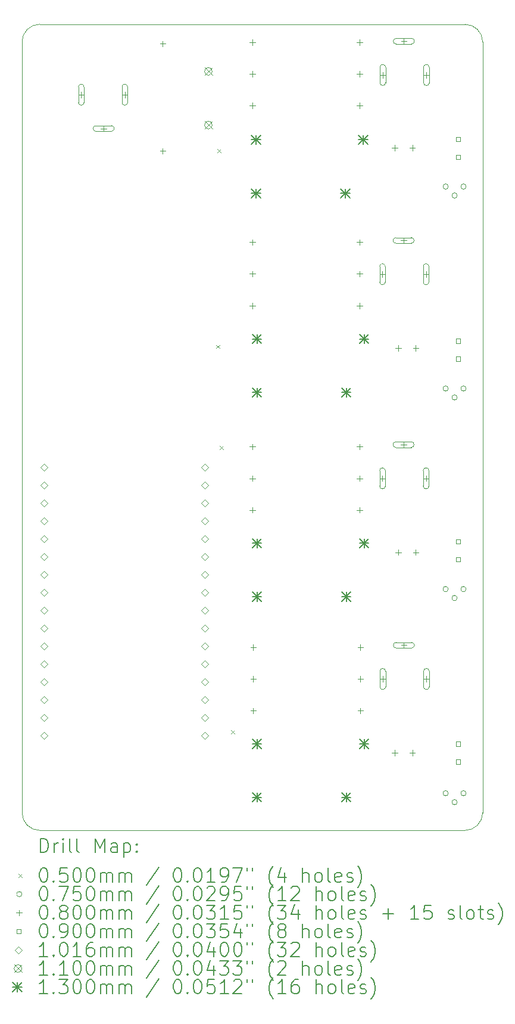
<source format=gbr>
%TF.GenerationSoftware,KiCad,Pcbnew,8.0.1*%
%TF.CreationDate,2025-02-18T20:23:37+01:00*%
%TF.ProjectId,arroseurPCB,6172726f-7365-4757-9250-43422e6b6963,rev?*%
%TF.SameCoordinates,Original*%
%TF.FileFunction,Drillmap*%
%TF.FilePolarity,Positive*%
%FSLAX45Y45*%
G04 Gerber Fmt 4.5, Leading zero omitted, Abs format (unit mm)*
G04 Created by KiCad (PCBNEW 8.0.1) date 2025-02-18 20:23:37*
%MOMM*%
%LPD*%
G01*
G04 APERTURE LIST*
%ADD10C,0.050000*%
%ADD11C,0.200000*%
%ADD12C,0.100000*%
%ADD13C,0.101600*%
%ADD14C,0.110000*%
%ADD15C,0.130000*%
G04 APERTURE END LIST*
D10*
X17300000Y-15950000D02*
X17300000Y-5000000D01*
X10750000Y-5000000D02*
G75*
G02*
X11000000Y-4750000I250000J0D01*
G01*
X17300000Y-15950000D02*
G75*
G02*
X17050000Y-16200000I-250000J0D01*
G01*
X17050000Y-4750000D02*
G75*
G02*
X17300000Y-5000000I0J-250000D01*
G01*
X11000000Y-16200000D02*
X17050000Y-16200000D01*
X17050000Y-4750000D02*
X11000000Y-4750000D01*
X11000000Y-16200000D02*
G75*
G02*
X10750000Y-15950000I0J250000D01*
G01*
X10750000Y-5000000D02*
X10750000Y-15950000D01*
D11*
D12*
X13513000Y-9303000D02*
X13563000Y-9353000D01*
X13563000Y-9303000D02*
X13513000Y-9353000D01*
X13525000Y-6525000D02*
X13575000Y-6575000D01*
X13575000Y-6525000D02*
X13525000Y-6575000D01*
X13563000Y-10737000D02*
X13613000Y-10787000D01*
X13613000Y-10737000D02*
X13563000Y-10787000D01*
X13725000Y-14775000D02*
X13775000Y-14825000D01*
X13775000Y-14775000D02*
X13725000Y-14825000D01*
X16810500Y-7055000D02*
G75*
G02*
X16735500Y-7055000I-37500J0D01*
G01*
X16735500Y-7055000D02*
G75*
G02*
X16810500Y-7055000I37500J0D01*
G01*
X16810500Y-9923000D02*
G75*
G02*
X16735500Y-9923000I-37500J0D01*
G01*
X16735500Y-9923000D02*
G75*
G02*
X16810500Y-9923000I37500J0D01*
G01*
X16810500Y-12773000D02*
G75*
G02*
X16735500Y-12773000I-37500J0D01*
G01*
X16735500Y-12773000D02*
G75*
G02*
X16810500Y-12773000I37500J0D01*
G01*
X16810500Y-15673000D02*
G75*
G02*
X16735500Y-15673000I-37500J0D01*
G01*
X16735500Y-15673000D02*
G75*
G02*
X16810500Y-15673000I37500J0D01*
G01*
X16937500Y-7182000D02*
G75*
G02*
X16862500Y-7182000I-37500J0D01*
G01*
X16862500Y-7182000D02*
G75*
G02*
X16937500Y-7182000I37500J0D01*
G01*
X16937500Y-10050000D02*
G75*
G02*
X16862500Y-10050000I-37500J0D01*
G01*
X16862500Y-10050000D02*
G75*
G02*
X16937500Y-10050000I37500J0D01*
G01*
X16937500Y-12900000D02*
G75*
G02*
X16862500Y-12900000I-37500J0D01*
G01*
X16862500Y-12900000D02*
G75*
G02*
X16937500Y-12900000I37500J0D01*
G01*
X16937500Y-15800000D02*
G75*
G02*
X16862500Y-15800000I-37500J0D01*
G01*
X16862500Y-15800000D02*
G75*
G02*
X16937500Y-15800000I37500J0D01*
G01*
X17064500Y-7055000D02*
G75*
G02*
X16989500Y-7055000I-37500J0D01*
G01*
X16989500Y-7055000D02*
G75*
G02*
X17064500Y-7055000I37500J0D01*
G01*
X17064500Y-9923000D02*
G75*
G02*
X16989500Y-9923000I-37500J0D01*
G01*
X16989500Y-9923000D02*
G75*
G02*
X17064500Y-9923000I37500J0D01*
G01*
X17064500Y-12773000D02*
G75*
G02*
X16989500Y-12773000I-37500J0D01*
G01*
X16989500Y-12773000D02*
G75*
G02*
X17064500Y-12773000I37500J0D01*
G01*
X17064500Y-15673000D02*
G75*
G02*
X16989500Y-15673000I-37500J0D01*
G01*
X16989500Y-15673000D02*
G75*
G02*
X17064500Y-15673000I37500J0D01*
G01*
X11591250Y-5710000D02*
X11591250Y-5790000D01*
X11551250Y-5750000D02*
X11631250Y-5750000D01*
X11631250Y-5860000D02*
X11631250Y-5640000D01*
X11551250Y-5640000D02*
G75*
G02*
X11631250Y-5640000I40000J0D01*
G01*
X11551250Y-5640000D02*
X11551250Y-5860000D01*
X11551250Y-5860000D02*
G75*
G03*
X11631250Y-5860000I40000J0D01*
G01*
X11911250Y-6190000D02*
X11911250Y-6270000D01*
X11871250Y-6230000D02*
X11951250Y-6230000D01*
X11801250Y-6270000D02*
X12021250Y-6270000D01*
X12021250Y-6190000D02*
G75*
G02*
X12021250Y-6270000I0J-40000D01*
G01*
X12021250Y-6190000D02*
X11801250Y-6190000D01*
X11801250Y-6190000D02*
G75*
G03*
X11801250Y-6270000I0J-40000D01*
G01*
X12211250Y-5710000D02*
X12211250Y-5790000D01*
X12171250Y-5750000D02*
X12251250Y-5750000D01*
X12171250Y-5640000D02*
X12171250Y-5860000D01*
X12251250Y-5860000D02*
G75*
G02*
X12171250Y-5860000I-40000J0D01*
G01*
X12251250Y-5860000D02*
X12251250Y-5640000D01*
X12251250Y-5640000D02*
G75*
G03*
X12171250Y-5640000I-40000J0D01*
G01*
X12750000Y-4986000D02*
X12750000Y-5066000D01*
X12710000Y-5026000D02*
X12790000Y-5026000D01*
X12750000Y-6510000D02*
X12750000Y-6590000D01*
X12710000Y-6550000D02*
X12790000Y-6550000D01*
X14026000Y-4965000D02*
X14026000Y-5045000D01*
X13986000Y-5005000D02*
X14066000Y-5005000D01*
X14026000Y-5415000D02*
X14026000Y-5495000D01*
X13986000Y-5455000D02*
X14066000Y-5455000D01*
X14026000Y-5865000D02*
X14026000Y-5945000D01*
X13986000Y-5905000D02*
X14066000Y-5905000D01*
X14026000Y-7805000D02*
X14026000Y-7885000D01*
X13986000Y-7845000D02*
X14066000Y-7845000D01*
X14026000Y-8255000D02*
X14026000Y-8335000D01*
X13986000Y-8295000D02*
X14066000Y-8295000D01*
X14026000Y-8710000D02*
X14026000Y-8790000D01*
X13986000Y-8750000D02*
X14066000Y-8750000D01*
X14026000Y-10710000D02*
X14026000Y-10790000D01*
X13986000Y-10750000D02*
X14066000Y-10750000D01*
X14026000Y-11160000D02*
X14026000Y-11240000D01*
X13986000Y-11200000D02*
X14066000Y-11200000D01*
X14026000Y-11610000D02*
X14026000Y-11690000D01*
X13986000Y-11650000D02*
X14066000Y-11650000D01*
X14038000Y-13560000D02*
X14038000Y-13640000D01*
X13998000Y-13600000D02*
X14078000Y-13600000D01*
X14038500Y-14010000D02*
X14038500Y-14090000D01*
X13998500Y-14050000D02*
X14078500Y-14050000D01*
X14038500Y-14460000D02*
X14038500Y-14540000D01*
X13998500Y-14500000D02*
X14078500Y-14500000D01*
X15550000Y-4965000D02*
X15550000Y-5045000D01*
X15510000Y-5005000D02*
X15590000Y-5005000D01*
X15550000Y-5415000D02*
X15550000Y-5495000D01*
X15510000Y-5455000D02*
X15590000Y-5455000D01*
X15550000Y-5865000D02*
X15550000Y-5945000D01*
X15510000Y-5905000D02*
X15590000Y-5905000D01*
X15550000Y-7805000D02*
X15550000Y-7885000D01*
X15510000Y-7845000D02*
X15590000Y-7845000D01*
X15550000Y-8255000D02*
X15550000Y-8335000D01*
X15510000Y-8295000D02*
X15590000Y-8295000D01*
X15550000Y-8710000D02*
X15550000Y-8790000D01*
X15510000Y-8750000D02*
X15590000Y-8750000D01*
X15550000Y-10710000D02*
X15550000Y-10790000D01*
X15510000Y-10750000D02*
X15590000Y-10750000D01*
X15550000Y-11160000D02*
X15550000Y-11240000D01*
X15510000Y-11200000D02*
X15590000Y-11200000D01*
X15550000Y-11610000D02*
X15550000Y-11690000D01*
X15510000Y-11650000D02*
X15590000Y-11650000D01*
X15562000Y-13560000D02*
X15562000Y-13640000D01*
X15522000Y-13600000D02*
X15602000Y-13600000D01*
X15562500Y-14010000D02*
X15562500Y-14090000D01*
X15522500Y-14050000D02*
X15602500Y-14050000D01*
X15562500Y-14460000D02*
X15562500Y-14540000D01*
X15522500Y-14500000D02*
X15602500Y-14500000D01*
X15875000Y-8260000D02*
X15875000Y-8340000D01*
X15835000Y-8300000D02*
X15915000Y-8300000D01*
X15915000Y-8410000D02*
X15915000Y-8190000D01*
X15835000Y-8190000D02*
G75*
G02*
X15915000Y-8190000I40000J0D01*
G01*
X15835000Y-8190000D02*
X15835000Y-8410000D01*
X15835000Y-8410000D02*
G75*
G03*
X15915000Y-8410000I40000J0D01*
G01*
X15875000Y-11160000D02*
X15875000Y-11240000D01*
X15835000Y-11200000D02*
X15915000Y-11200000D01*
X15915000Y-11310000D02*
X15915000Y-11090000D01*
X15835000Y-11090000D02*
G75*
G02*
X15915000Y-11090000I40000J0D01*
G01*
X15835000Y-11090000D02*
X15835000Y-11310000D01*
X15835000Y-11310000D02*
G75*
G03*
X15915000Y-11310000I40000J0D01*
G01*
X15880000Y-5430000D02*
X15880000Y-5510000D01*
X15840000Y-5470000D02*
X15920000Y-5470000D01*
X15920000Y-5580000D02*
X15920000Y-5360000D01*
X15840000Y-5360000D02*
G75*
G02*
X15920000Y-5360000I40000J0D01*
G01*
X15840000Y-5360000D02*
X15840000Y-5580000D01*
X15840000Y-5580000D02*
G75*
G03*
X15920000Y-5580000I40000J0D01*
G01*
X15880000Y-14010000D02*
X15880000Y-14090000D01*
X15840000Y-14050000D02*
X15920000Y-14050000D01*
X15920000Y-14160000D02*
X15920000Y-13940000D01*
X15840000Y-13940000D02*
G75*
G02*
X15920000Y-13940000I40000J0D01*
G01*
X15840000Y-13940000D02*
X15840000Y-14160000D01*
X15840000Y-14160000D02*
G75*
G03*
X15920000Y-14160000I40000J0D01*
G01*
X16050000Y-6465000D02*
X16050000Y-6545000D01*
X16010000Y-6505000D02*
X16090000Y-6505000D01*
X16050000Y-15060000D02*
X16050000Y-15140000D01*
X16010000Y-15100000D02*
X16090000Y-15100000D01*
X16100000Y-9310000D02*
X16100000Y-9390000D01*
X16060000Y-9350000D02*
X16140000Y-9350000D01*
X16100000Y-12210000D02*
X16100000Y-12290000D01*
X16060000Y-12250000D02*
X16140000Y-12250000D01*
X16175000Y-7780000D02*
X16175000Y-7860000D01*
X16135000Y-7820000D02*
X16215000Y-7820000D01*
X16285000Y-7780000D02*
X16065000Y-7780000D01*
X16065000Y-7860000D02*
G75*
G02*
X16065000Y-7780000I0J40000D01*
G01*
X16065000Y-7860000D02*
X16285000Y-7860000D01*
X16285000Y-7860000D02*
G75*
G03*
X16285000Y-7780000I0J40000D01*
G01*
X16175000Y-10680000D02*
X16175000Y-10760000D01*
X16135000Y-10720000D02*
X16215000Y-10720000D01*
X16285000Y-10680000D02*
X16065000Y-10680000D01*
X16065000Y-10760000D02*
G75*
G02*
X16065000Y-10680000I0J40000D01*
G01*
X16065000Y-10760000D02*
X16285000Y-10760000D01*
X16285000Y-10760000D02*
G75*
G03*
X16285000Y-10680000I0J40000D01*
G01*
X16180000Y-4950000D02*
X16180000Y-5030000D01*
X16140000Y-4990000D02*
X16220000Y-4990000D01*
X16290000Y-4950000D02*
X16070000Y-4950000D01*
X16070000Y-5030000D02*
G75*
G02*
X16070000Y-4950000I0J40000D01*
G01*
X16070000Y-5030000D02*
X16290000Y-5030000D01*
X16290000Y-5030000D02*
G75*
G03*
X16290000Y-4950000I0J40000D01*
G01*
X16180000Y-13530000D02*
X16180000Y-13610000D01*
X16140000Y-13570000D02*
X16220000Y-13570000D01*
X16290000Y-13530000D02*
X16070000Y-13530000D01*
X16070000Y-13610000D02*
G75*
G02*
X16070000Y-13530000I0J40000D01*
G01*
X16070000Y-13610000D02*
X16290000Y-13610000D01*
X16290000Y-13610000D02*
G75*
G03*
X16290000Y-13530000I0J40000D01*
G01*
X16300000Y-6465000D02*
X16300000Y-6545000D01*
X16260000Y-6505000D02*
X16340000Y-6505000D01*
X16300000Y-15060000D02*
X16300000Y-15140000D01*
X16260000Y-15100000D02*
X16340000Y-15100000D01*
X16350000Y-9310000D02*
X16350000Y-9390000D01*
X16310000Y-9350000D02*
X16390000Y-9350000D01*
X16350000Y-12210000D02*
X16350000Y-12290000D01*
X16310000Y-12250000D02*
X16390000Y-12250000D01*
X16495000Y-8260000D02*
X16495000Y-8340000D01*
X16455000Y-8300000D02*
X16535000Y-8300000D01*
X16455000Y-8190000D02*
X16455000Y-8410000D01*
X16535000Y-8410000D02*
G75*
G02*
X16455000Y-8410000I-40000J0D01*
G01*
X16535000Y-8410000D02*
X16535000Y-8190000D01*
X16535000Y-8190000D02*
G75*
G03*
X16455000Y-8190000I-40000J0D01*
G01*
X16495000Y-11160000D02*
X16495000Y-11240000D01*
X16455000Y-11200000D02*
X16535000Y-11200000D01*
X16455000Y-11090000D02*
X16455000Y-11310000D01*
X16535000Y-11310000D02*
G75*
G02*
X16455000Y-11310000I-40000J0D01*
G01*
X16535000Y-11310000D02*
X16535000Y-11090000D01*
X16535000Y-11090000D02*
G75*
G03*
X16455000Y-11090000I-40000J0D01*
G01*
X16500000Y-5430000D02*
X16500000Y-5510000D01*
X16460000Y-5470000D02*
X16540000Y-5470000D01*
X16460000Y-5360000D02*
X16460000Y-5580000D01*
X16540000Y-5580000D02*
G75*
G02*
X16460000Y-5580000I-40000J0D01*
G01*
X16540000Y-5580000D02*
X16540000Y-5360000D01*
X16540000Y-5360000D02*
G75*
G03*
X16460000Y-5360000I-40000J0D01*
G01*
X16500000Y-14010000D02*
X16500000Y-14090000D01*
X16460000Y-14050000D02*
X16540000Y-14050000D01*
X16460000Y-13940000D02*
X16460000Y-14160000D01*
X16540000Y-14160000D02*
G75*
G02*
X16460000Y-14160000I-40000J0D01*
G01*
X16540000Y-14160000D02*
X16540000Y-13940000D01*
X16540000Y-13940000D02*
G75*
G03*
X16460000Y-13940000I-40000J0D01*
G01*
X16981820Y-6413820D02*
X16981820Y-6350180D01*
X16918180Y-6350180D01*
X16918180Y-6413820D01*
X16981820Y-6413820D01*
X16981820Y-6667820D02*
X16981820Y-6604180D01*
X16918180Y-6604180D01*
X16918180Y-6667820D01*
X16981820Y-6667820D01*
X16981820Y-9277820D02*
X16981820Y-9214180D01*
X16918180Y-9214180D01*
X16918180Y-9277820D01*
X16981820Y-9277820D01*
X16981820Y-9531820D02*
X16981820Y-9468180D01*
X16918180Y-9468180D01*
X16918180Y-9531820D01*
X16981820Y-9531820D01*
X16981820Y-12127820D02*
X16981820Y-12064180D01*
X16918180Y-12064180D01*
X16918180Y-12127820D01*
X16981820Y-12127820D01*
X16981820Y-12381820D02*
X16981820Y-12318180D01*
X16918180Y-12318180D01*
X16918180Y-12381820D01*
X16981820Y-12381820D01*
X16981820Y-15005320D02*
X16981820Y-14941680D01*
X16918180Y-14941680D01*
X16918180Y-15005320D01*
X16981820Y-15005320D01*
X16981820Y-15259320D02*
X16981820Y-15195680D01*
X16918180Y-15195680D01*
X16918180Y-15259320D01*
X16981820Y-15259320D01*
D13*
X11064000Y-11090800D02*
X11114800Y-11040000D01*
X11064000Y-10989200D01*
X11013200Y-11040000D01*
X11064000Y-11090800D01*
X11064000Y-11344800D02*
X11114800Y-11294000D01*
X11064000Y-11243200D01*
X11013200Y-11294000D01*
X11064000Y-11344800D01*
X11064000Y-11598800D02*
X11114800Y-11548000D01*
X11064000Y-11497200D01*
X11013200Y-11548000D01*
X11064000Y-11598800D01*
X11064000Y-11852800D02*
X11114800Y-11802000D01*
X11064000Y-11751200D01*
X11013200Y-11802000D01*
X11064000Y-11852800D01*
X11064000Y-12106800D02*
X11114800Y-12056000D01*
X11064000Y-12005200D01*
X11013200Y-12056000D01*
X11064000Y-12106800D01*
X11064000Y-12360800D02*
X11114800Y-12310000D01*
X11064000Y-12259200D01*
X11013200Y-12310000D01*
X11064000Y-12360800D01*
X11064000Y-12614800D02*
X11114800Y-12564000D01*
X11064000Y-12513200D01*
X11013200Y-12564000D01*
X11064000Y-12614800D01*
X11064000Y-12868800D02*
X11114800Y-12818000D01*
X11064000Y-12767200D01*
X11013200Y-12818000D01*
X11064000Y-12868800D01*
X11064000Y-13122800D02*
X11114800Y-13072000D01*
X11064000Y-13021200D01*
X11013200Y-13072000D01*
X11064000Y-13122800D01*
X11064000Y-13376800D02*
X11114800Y-13326000D01*
X11064000Y-13275200D01*
X11013200Y-13326000D01*
X11064000Y-13376800D01*
X11064000Y-13630800D02*
X11114800Y-13580000D01*
X11064000Y-13529200D01*
X11013200Y-13580000D01*
X11064000Y-13630800D01*
X11064000Y-13884800D02*
X11114800Y-13834000D01*
X11064000Y-13783200D01*
X11013200Y-13834000D01*
X11064000Y-13884800D01*
X11064000Y-14138800D02*
X11114800Y-14088000D01*
X11064000Y-14037200D01*
X11013200Y-14088000D01*
X11064000Y-14138800D01*
X11064000Y-14392800D02*
X11114800Y-14342000D01*
X11064000Y-14291200D01*
X11013200Y-14342000D01*
X11064000Y-14392800D01*
X11064000Y-14646800D02*
X11114800Y-14596000D01*
X11064000Y-14545200D01*
X11013200Y-14596000D01*
X11064000Y-14646800D01*
X11064000Y-14900800D02*
X11114800Y-14850000D01*
X11064000Y-14799200D01*
X11013200Y-14850000D01*
X11064000Y-14900800D01*
X13350000Y-11090800D02*
X13400800Y-11040000D01*
X13350000Y-10989200D01*
X13299200Y-11040000D01*
X13350000Y-11090800D01*
X13350000Y-11344800D02*
X13400800Y-11294000D01*
X13350000Y-11243200D01*
X13299200Y-11294000D01*
X13350000Y-11344800D01*
X13350000Y-11598800D02*
X13400800Y-11548000D01*
X13350000Y-11497200D01*
X13299200Y-11548000D01*
X13350000Y-11598800D01*
X13350000Y-11852800D02*
X13400800Y-11802000D01*
X13350000Y-11751200D01*
X13299200Y-11802000D01*
X13350000Y-11852800D01*
X13350000Y-12106800D02*
X13400800Y-12056000D01*
X13350000Y-12005200D01*
X13299200Y-12056000D01*
X13350000Y-12106800D01*
X13350000Y-12360800D02*
X13400800Y-12310000D01*
X13350000Y-12259200D01*
X13299200Y-12310000D01*
X13350000Y-12360800D01*
X13350000Y-12614800D02*
X13400800Y-12564000D01*
X13350000Y-12513200D01*
X13299200Y-12564000D01*
X13350000Y-12614800D01*
X13350000Y-12868800D02*
X13400800Y-12818000D01*
X13350000Y-12767200D01*
X13299200Y-12818000D01*
X13350000Y-12868800D01*
X13350000Y-13122800D02*
X13400800Y-13072000D01*
X13350000Y-13021200D01*
X13299200Y-13072000D01*
X13350000Y-13122800D01*
X13350000Y-13376800D02*
X13400800Y-13326000D01*
X13350000Y-13275200D01*
X13299200Y-13326000D01*
X13350000Y-13376800D01*
X13350000Y-13630800D02*
X13400800Y-13580000D01*
X13350000Y-13529200D01*
X13299200Y-13580000D01*
X13350000Y-13630800D01*
X13350000Y-13884800D02*
X13400800Y-13834000D01*
X13350000Y-13783200D01*
X13299200Y-13834000D01*
X13350000Y-13884800D01*
X13350000Y-14138800D02*
X13400800Y-14088000D01*
X13350000Y-14037200D01*
X13299200Y-14088000D01*
X13350000Y-14138800D01*
X13350000Y-14392800D02*
X13400800Y-14342000D01*
X13350000Y-14291200D01*
X13299200Y-14342000D01*
X13350000Y-14392800D01*
X13350000Y-14646800D02*
X13400800Y-14596000D01*
X13350000Y-14545200D01*
X13299200Y-14596000D01*
X13350000Y-14646800D01*
X13350000Y-14900800D02*
X13400800Y-14850000D01*
X13350000Y-14799200D01*
X13299200Y-14850000D01*
X13350000Y-14900800D01*
D14*
X13345000Y-5364000D02*
X13455000Y-5474000D01*
X13455000Y-5364000D02*
X13345000Y-5474000D01*
X13455000Y-5419000D02*
G75*
G02*
X13345000Y-5419000I-55000J0D01*
G01*
X13345000Y-5419000D02*
G75*
G02*
X13455000Y-5419000I55000J0D01*
G01*
X13345000Y-6126000D02*
X13455000Y-6236000D01*
X13455000Y-6126000D02*
X13345000Y-6236000D01*
X13455000Y-6181000D02*
G75*
G02*
X13345000Y-6181000I-55000J0D01*
G01*
X13345000Y-6181000D02*
G75*
G02*
X13455000Y-6181000I55000J0D01*
G01*
D15*
X14011000Y-6325000D02*
X14141000Y-6455000D01*
X14141000Y-6325000D02*
X14011000Y-6455000D01*
X14076000Y-6325000D02*
X14076000Y-6455000D01*
X14011000Y-6390000D02*
X14141000Y-6390000D01*
X14011000Y-7085000D02*
X14141000Y-7215000D01*
X14141000Y-7085000D02*
X14011000Y-7215000D01*
X14076000Y-7085000D02*
X14076000Y-7215000D01*
X14011000Y-7150000D02*
X14141000Y-7150000D01*
X14026000Y-9155000D02*
X14156000Y-9285000D01*
X14156000Y-9155000D02*
X14026000Y-9285000D01*
X14091000Y-9155000D02*
X14091000Y-9285000D01*
X14026000Y-9220000D02*
X14156000Y-9220000D01*
X14026000Y-9915000D02*
X14156000Y-10045000D01*
X14156000Y-9915000D02*
X14026000Y-10045000D01*
X14091000Y-9915000D02*
X14091000Y-10045000D01*
X14026000Y-9980000D02*
X14156000Y-9980000D01*
X14026000Y-12055000D02*
X14156000Y-12185000D01*
X14156000Y-12055000D02*
X14026000Y-12185000D01*
X14091000Y-12055000D02*
X14091000Y-12185000D01*
X14026000Y-12120000D02*
X14156000Y-12120000D01*
X14026000Y-12815000D02*
X14156000Y-12945000D01*
X14156000Y-12815000D02*
X14026000Y-12945000D01*
X14091000Y-12815000D02*
X14091000Y-12945000D01*
X14026000Y-12880000D02*
X14156000Y-12880000D01*
X14026000Y-14905000D02*
X14156000Y-15035000D01*
X14156000Y-14905000D02*
X14026000Y-15035000D01*
X14091000Y-14905000D02*
X14091000Y-15035000D01*
X14026000Y-14970000D02*
X14156000Y-14970000D01*
X14026000Y-15665000D02*
X14156000Y-15795000D01*
X14156000Y-15665000D02*
X14026000Y-15795000D01*
X14091000Y-15665000D02*
X14091000Y-15795000D01*
X14026000Y-15730000D02*
X14156000Y-15730000D01*
X15281000Y-7085000D02*
X15411000Y-7215000D01*
X15411000Y-7085000D02*
X15281000Y-7215000D01*
X15346000Y-7085000D02*
X15346000Y-7215000D01*
X15281000Y-7150000D02*
X15411000Y-7150000D01*
X15296000Y-9915000D02*
X15426000Y-10045000D01*
X15426000Y-9915000D02*
X15296000Y-10045000D01*
X15361000Y-9915000D02*
X15361000Y-10045000D01*
X15296000Y-9980000D02*
X15426000Y-9980000D01*
X15296000Y-12815000D02*
X15426000Y-12945000D01*
X15426000Y-12815000D02*
X15296000Y-12945000D01*
X15361000Y-12815000D02*
X15361000Y-12945000D01*
X15296000Y-12880000D02*
X15426000Y-12880000D01*
X15296000Y-15665000D02*
X15426000Y-15795000D01*
X15426000Y-15665000D02*
X15296000Y-15795000D01*
X15361000Y-15665000D02*
X15361000Y-15795000D01*
X15296000Y-15730000D02*
X15426000Y-15730000D01*
X15535000Y-6325000D02*
X15665000Y-6455000D01*
X15665000Y-6325000D02*
X15535000Y-6455000D01*
X15600000Y-6325000D02*
X15600000Y-6455000D01*
X15535000Y-6390000D02*
X15665000Y-6390000D01*
X15550000Y-9155000D02*
X15680000Y-9285000D01*
X15680000Y-9155000D02*
X15550000Y-9285000D01*
X15615000Y-9155000D02*
X15615000Y-9285000D01*
X15550000Y-9220000D02*
X15680000Y-9220000D01*
X15550000Y-12055000D02*
X15680000Y-12185000D01*
X15680000Y-12055000D02*
X15550000Y-12185000D01*
X15615000Y-12055000D02*
X15615000Y-12185000D01*
X15550000Y-12120000D02*
X15680000Y-12120000D01*
X15550000Y-14905000D02*
X15680000Y-15035000D01*
X15680000Y-14905000D02*
X15550000Y-15035000D01*
X15615000Y-14905000D02*
X15615000Y-15035000D01*
X15550000Y-14970000D02*
X15680000Y-14970000D01*
D11*
X11008277Y-16513984D02*
X11008277Y-16313984D01*
X11008277Y-16313984D02*
X11055896Y-16313984D01*
X11055896Y-16313984D02*
X11084467Y-16323508D01*
X11084467Y-16323508D02*
X11103515Y-16342555D01*
X11103515Y-16342555D02*
X11113039Y-16361603D01*
X11113039Y-16361603D02*
X11122563Y-16399698D01*
X11122563Y-16399698D02*
X11122563Y-16428269D01*
X11122563Y-16428269D02*
X11113039Y-16466365D01*
X11113039Y-16466365D02*
X11103515Y-16485412D01*
X11103515Y-16485412D02*
X11084467Y-16504460D01*
X11084467Y-16504460D02*
X11055896Y-16513984D01*
X11055896Y-16513984D02*
X11008277Y-16513984D01*
X11208277Y-16513984D02*
X11208277Y-16380650D01*
X11208277Y-16418746D02*
X11217801Y-16399698D01*
X11217801Y-16399698D02*
X11227324Y-16390174D01*
X11227324Y-16390174D02*
X11246372Y-16380650D01*
X11246372Y-16380650D02*
X11265420Y-16380650D01*
X11332086Y-16513984D02*
X11332086Y-16380650D01*
X11332086Y-16313984D02*
X11322562Y-16323508D01*
X11322562Y-16323508D02*
X11332086Y-16333031D01*
X11332086Y-16333031D02*
X11341610Y-16323508D01*
X11341610Y-16323508D02*
X11332086Y-16313984D01*
X11332086Y-16313984D02*
X11332086Y-16333031D01*
X11455896Y-16513984D02*
X11436848Y-16504460D01*
X11436848Y-16504460D02*
X11427324Y-16485412D01*
X11427324Y-16485412D02*
X11427324Y-16313984D01*
X11560658Y-16513984D02*
X11541610Y-16504460D01*
X11541610Y-16504460D02*
X11532086Y-16485412D01*
X11532086Y-16485412D02*
X11532086Y-16313984D01*
X11789229Y-16513984D02*
X11789229Y-16313984D01*
X11789229Y-16313984D02*
X11855896Y-16456841D01*
X11855896Y-16456841D02*
X11922562Y-16313984D01*
X11922562Y-16313984D02*
X11922562Y-16513984D01*
X12103515Y-16513984D02*
X12103515Y-16409222D01*
X12103515Y-16409222D02*
X12093991Y-16390174D01*
X12093991Y-16390174D02*
X12074943Y-16380650D01*
X12074943Y-16380650D02*
X12036848Y-16380650D01*
X12036848Y-16380650D02*
X12017801Y-16390174D01*
X12103515Y-16504460D02*
X12084467Y-16513984D01*
X12084467Y-16513984D02*
X12036848Y-16513984D01*
X12036848Y-16513984D02*
X12017801Y-16504460D01*
X12017801Y-16504460D02*
X12008277Y-16485412D01*
X12008277Y-16485412D02*
X12008277Y-16466365D01*
X12008277Y-16466365D02*
X12017801Y-16447317D01*
X12017801Y-16447317D02*
X12036848Y-16437793D01*
X12036848Y-16437793D02*
X12084467Y-16437793D01*
X12084467Y-16437793D02*
X12103515Y-16428269D01*
X12198753Y-16380650D02*
X12198753Y-16580650D01*
X12198753Y-16390174D02*
X12217801Y-16380650D01*
X12217801Y-16380650D02*
X12255896Y-16380650D01*
X12255896Y-16380650D02*
X12274943Y-16390174D01*
X12274943Y-16390174D02*
X12284467Y-16399698D01*
X12284467Y-16399698D02*
X12293991Y-16418746D01*
X12293991Y-16418746D02*
X12293991Y-16475888D01*
X12293991Y-16475888D02*
X12284467Y-16494936D01*
X12284467Y-16494936D02*
X12274943Y-16504460D01*
X12274943Y-16504460D02*
X12255896Y-16513984D01*
X12255896Y-16513984D02*
X12217801Y-16513984D01*
X12217801Y-16513984D02*
X12198753Y-16504460D01*
X12379705Y-16494936D02*
X12389229Y-16504460D01*
X12389229Y-16504460D02*
X12379705Y-16513984D01*
X12379705Y-16513984D02*
X12370182Y-16504460D01*
X12370182Y-16504460D02*
X12379705Y-16494936D01*
X12379705Y-16494936D02*
X12379705Y-16513984D01*
X12379705Y-16390174D02*
X12389229Y-16399698D01*
X12389229Y-16399698D02*
X12379705Y-16409222D01*
X12379705Y-16409222D02*
X12370182Y-16399698D01*
X12370182Y-16399698D02*
X12379705Y-16390174D01*
X12379705Y-16390174D02*
X12379705Y-16409222D01*
D12*
X10697500Y-16817500D02*
X10747500Y-16867500D01*
X10747500Y-16817500D02*
X10697500Y-16867500D01*
D11*
X11046372Y-16733984D02*
X11065420Y-16733984D01*
X11065420Y-16733984D02*
X11084467Y-16743508D01*
X11084467Y-16743508D02*
X11093991Y-16753031D01*
X11093991Y-16753031D02*
X11103515Y-16772079D01*
X11103515Y-16772079D02*
X11113039Y-16810174D01*
X11113039Y-16810174D02*
X11113039Y-16857793D01*
X11113039Y-16857793D02*
X11103515Y-16895889D01*
X11103515Y-16895889D02*
X11093991Y-16914936D01*
X11093991Y-16914936D02*
X11084467Y-16924460D01*
X11084467Y-16924460D02*
X11065420Y-16933984D01*
X11065420Y-16933984D02*
X11046372Y-16933984D01*
X11046372Y-16933984D02*
X11027324Y-16924460D01*
X11027324Y-16924460D02*
X11017801Y-16914936D01*
X11017801Y-16914936D02*
X11008277Y-16895889D01*
X11008277Y-16895889D02*
X10998753Y-16857793D01*
X10998753Y-16857793D02*
X10998753Y-16810174D01*
X10998753Y-16810174D02*
X11008277Y-16772079D01*
X11008277Y-16772079D02*
X11017801Y-16753031D01*
X11017801Y-16753031D02*
X11027324Y-16743508D01*
X11027324Y-16743508D02*
X11046372Y-16733984D01*
X11198753Y-16914936D02*
X11208277Y-16924460D01*
X11208277Y-16924460D02*
X11198753Y-16933984D01*
X11198753Y-16933984D02*
X11189229Y-16924460D01*
X11189229Y-16924460D02*
X11198753Y-16914936D01*
X11198753Y-16914936D02*
X11198753Y-16933984D01*
X11389229Y-16733984D02*
X11293991Y-16733984D01*
X11293991Y-16733984D02*
X11284467Y-16829222D01*
X11284467Y-16829222D02*
X11293991Y-16819698D01*
X11293991Y-16819698D02*
X11313039Y-16810174D01*
X11313039Y-16810174D02*
X11360658Y-16810174D01*
X11360658Y-16810174D02*
X11379705Y-16819698D01*
X11379705Y-16819698D02*
X11389229Y-16829222D01*
X11389229Y-16829222D02*
X11398753Y-16848270D01*
X11398753Y-16848270D02*
X11398753Y-16895889D01*
X11398753Y-16895889D02*
X11389229Y-16914936D01*
X11389229Y-16914936D02*
X11379705Y-16924460D01*
X11379705Y-16924460D02*
X11360658Y-16933984D01*
X11360658Y-16933984D02*
X11313039Y-16933984D01*
X11313039Y-16933984D02*
X11293991Y-16924460D01*
X11293991Y-16924460D02*
X11284467Y-16914936D01*
X11522562Y-16733984D02*
X11541610Y-16733984D01*
X11541610Y-16733984D02*
X11560658Y-16743508D01*
X11560658Y-16743508D02*
X11570182Y-16753031D01*
X11570182Y-16753031D02*
X11579705Y-16772079D01*
X11579705Y-16772079D02*
X11589229Y-16810174D01*
X11589229Y-16810174D02*
X11589229Y-16857793D01*
X11589229Y-16857793D02*
X11579705Y-16895889D01*
X11579705Y-16895889D02*
X11570182Y-16914936D01*
X11570182Y-16914936D02*
X11560658Y-16924460D01*
X11560658Y-16924460D02*
X11541610Y-16933984D01*
X11541610Y-16933984D02*
X11522562Y-16933984D01*
X11522562Y-16933984D02*
X11503515Y-16924460D01*
X11503515Y-16924460D02*
X11493991Y-16914936D01*
X11493991Y-16914936D02*
X11484467Y-16895889D01*
X11484467Y-16895889D02*
X11474943Y-16857793D01*
X11474943Y-16857793D02*
X11474943Y-16810174D01*
X11474943Y-16810174D02*
X11484467Y-16772079D01*
X11484467Y-16772079D02*
X11493991Y-16753031D01*
X11493991Y-16753031D02*
X11503515Y-16743508D01*
X11503515Y-16743508D02*
X11522562Y-16733984D01*
X11713039Y-16733984D02*
X11732086Y-16733984D01*
X11732086Y-16733984D02*
X11751134Y-16743508D01*
X11751134Y-16743508D02*
X11760658Y-16753031D01*
X11760658Y-16753031D02*
X11770182Y-16772079D01*
X11770182Y-16772079D02*
X11779705Y-16810174D01*
X11779705Y-16810174D02*
X11779705Y-16857793D01*
X11779705Y-16857793D02*
X11770182Y-16895889D01*
X11770182Y-16895889D02*
X11760658Y-16914936D01*
X11760658Y-16914936D02*
X11751134Y-16924460D01*
X11751134Y-16924460D02*
X11732086Y-16933984D01*
X11732086Y-16933984D02*
X11713039Y-16933984D01*
X11713039Y-16933984D02*
X11693991Y-16924460D01*
X11693991Y-16924460D02*
X11684467Y-16914936D01*
X11684467Y-16914936D02*
X11674943Y-16895889D01*
X11674943Y-16895889D02*
X11665420Y-16857793D01*
X11665420Y-16857793D02*
X11665420Y-16810174D01*
X11665420Y-16810174D02*
X11674943Y-16772079D01*
X11674943Y-16772079D02*
X11684467Y-16753031D01*
X11684467Y-16753031D02*
X11693991Y-16743508D01*
X11693991Y-16743508D02*
X11713039Y-16733984D01*
X11865420Y-16933984D02*
X11865420Y-16800650D01*
X11865420Y-16819698D02*
X11874943Y-16810174D01*
X11874943Y-16810174D02*
X11893991Y-16800650D01*
X11893991Y-16800650D02*
X11922563Y-16800650D01*
X11922563Y-16800650D02*
X11941610Y-16810174D01*
X11941610Y-16810174D02*
X11951134Y-16829222D01*
X11951134Y-16829222D02*
X11951134Y-16933984D01*
X11951134Y-16829222D02*
X11960658Y-16810174D01*
X11960658Y-16810174D02*
X11979705Y-16800650D01*
X11979705Y-16800650D02*
X12008277Y-16800650D01*
X12008277Y-16800650D02*
X12027324Y-16810174D01*
X12027324Y-16810174D02*
X12036848Y-16829222D01*
X12036848Y-16829222D02*
X12036848Y-16933984D01*
X12132086Y-16933984D02*
X12132086Y-16800650D01*
X12132086Y-16819698D02*
X12141610Y-16810174D01*
X12141610Y-16810174D02*
X12160658Y-16800650D01*
X12160658Y-16800650D02*
X12189229Y-16800650D01*
X12189229Y-16800650D02*
X12208277Y-16810174D01*
X12208277Y-16810174D02*
X12217801Y-16829222D01*
X12217801Y-16829222D02*
X12217801Y-16933984D01*
X12217801Y-16829222D02*
X12227324Y-16810174D01*
X12227324Y-16810174D02*
X12246372Y-16800650D01*
X12246372Y-16800650D02*
X12274943Y-16800650D01*
X12274943Y-16800650D02*
X12293991Y-16810174D01*
X12293991Y-16810174D02*
X12303515Y-16829222D01*
X12303515Y-16829222D02*
X12303515Y-16933984D01*
X12693991Y-16724460D02*
X12522563Y-16981603D01*
X12951134Y-16733984D02*
X12970182Y-16733984D01*
X12970182Y-16733984D02*
X12989229Y-16743508D01*
X12989229Y-16743508D02*
X12998753Y-16753031D01*
X12998753Y-16753031D02*
X13008277Y-16772079D01*
X13008277Y-16772079D02*
X13017801Y-16810174D01*
X13017801Y-16810174D02*
X13017801Y-16857793D01*
X13017801Y-16857793D02*
X13008277Y-16895889D01*
X13008277Y-16895889D02*
X12998753Y-16914936D01*
X12998753Y-16914936D02*
X12989229Y-16924460D01*
X12989229Y-16924460D02*
X12970182Y-16933984D01*
X12970182Y-16933984D02*
X12951134Y-16933984D01*
X12951134Y-16933984D02*
X12932086Y-16924460D01*
X12932086Y-16924460D02*
X12922563Y-16914936D01*
X12922563Y-16914936D02*
X12913039Y-16895889D01*
X12913039Y-16895889D02*
X12903515Y-16857793D01*
X12903515Y-16857793D02*
X12903515Y-16810174D01*
X12903515Y-16810174D02*
X12913039Y-16772079D01*
X12913039Y-16772079D02*
X12922563Y-16753031D01*
X12922563Y-16753031D02*
X12932086Y-16743508D01*
X12932086Y-16743508D02*
X12951134Y-16733984D01*
X13103515Y-16914936D02*
X13113039Y-16924460D01*
X13113039Y-16924460D02*
X13103515Y-16933984D01*
X13103515Y-16933984D02*
X13093991Y-16924460D01*
X13093991Y-16924460D02*
X13103515Y-16914936D01*
X13103515Y-16914936D02*
X13103515Y-16933984D01*
X13236848Y-16733984D02*
X13255896Y-16733984D01*
X13255896Y-16733984D02*
X13274944Y-16743508D01*
X13274944Y-16743508D02*
X13284467Y-16753031D01*
X13284467Y-16753031D02*
X13293991Y-16772079D01*
X13293991Y-16772079D02*
X13303515Y-16810174D01*
X13303515Y-16810174D02*
X13303515Y-16857793D01*
X13303515Y-16857793D02*
X13293991Y-16895889D01*
X13293991Y-16895889D02*
X13284467Y-16914936D01*
X13284467Y-16914936D02*
X13274944Y-16924460D01*
X13274944Y-16924460D02*
X13255896Y-16933984D01*
X13255896Y-16933984D02*
X13236848Y-16933984D01*
X13236848Y-16933984D02*
X13217801Y-16924460D01*
X13217801Y-16924460D02*
X13208277Y-16914936D01*
X13208277Y-16914936D02*
X13198753Y-16895889D01*
X13198753Y-16895889D02*
X13189229Y-16857793D01*
X13189229Y-16857793D02*
X13189229Y-16810174D01*
X13189229Y-16810174D02*
X13198753Y-16772079D01*
X13198753Y-16772079D02*
X13208277Y-16753031D01*
X13208277Y-16753031D02*
X13217801Y-16743508D01*
X13217801Y-16743508D02*
X13236848Y-16733984D01*
X13493991Y-16933984D02*
X13379706Y-16933984D01*
X13436848Y-16933984D02*
X13436848Y-16733984D01*
X13436848Y-16733984D02*
X13417801Y-16762555D01*
X13417801Y-16762555D02*
X13398753Y-16781603D01*
X13398753Y-16781603D02*
X13379706Y-16791127D01*
X13589229Y-16933984D02*
X13627325Y-16933984D01*
X13627325Y-16933984D02*
X13646372Y-16924460D01*
X13646372Y-16924460D02*
X13655896Y-16914936D01*
X13655896Y-16914936D02*
X13674944Y-16886365D01*
X13674944Y-16886365D02*
X13684467Y-16848270D01*
X13684467Y-16848270D02*
X13684467Y-16772079D01*
X13684467Y-16772079D02*
X13674944Y-16753031D01*
X13674944Y-16753031D02*
X13665420Y-16743508D01*
X13665420Y-16743508D02*
X13646372Y-16733984D01*
X13646372Y-16733984D02*
X13608277Y-16733984D01*
X13608277Y-16733984D02*
X13589229Y-16743508D01*
X13589229Y-16743508D02*
X13579706Y-16753031D01*
X13579706Y-16753031D02*
X13570182Y-16772079D01*
X13570182Y-16772079D02*
X13570182Y-16819698D01*
X13570182Y-16819698D02*
X13579706Y-16838746D01*
X13579706Y-16838746D02*
X13589229Y-16848270D01*
X13589229Y-16848270D02*
X13608277Y-16857793D01*
X13608277Y-16857793D02*
X13646372Y-16857793D01*
X13646372Y-16857793D02*
X13665420Y-16848270D01*
X13665420Y-16848270D02*
X13674944Y-16838746D01*
X13674944Y-16838746D02*
X13684467Y-16819698D01*
X13751134Y-16733984D02*
X13884467Y-16733984D01*
X13884467Y-16733984D02*
X13798753Y-16933984D01*
X13951134Y-16733984D02*
X13951134Y-16772079D01*
X14027325Y-16733984D02*
X14027325Y-16772079D01*
X14322563Y-17010174D02*
X14313039Y-17000650D01*
X14313039Y-17000650D02*
X14293991Y-16972079D01*
X14293991Y-16972079D02*
X14284468Y-16953031D01*
X14284468Y-16953031D02*
X14274944Y-16924460D01*
X14274944Y-16924460D02*
X14265420Y-16876841D01*
X14265420Y-16876841D02*
X14265420Y-16838746D01*
X14265420Y-16838746D02*
X14274944Y-16791127D01*
X14274944Y-16791127D02*
X14284468Y-16762555D01*
X14284468Y-16762555D02*
X14293991Y-16743508D01*
X14293991Y-16743508D02*
X14313039Y-16714936D01*
X14313039Y-16714936D02*
X14322563Y-16705412D01*
X14484468Y-16800650D02*
X14484468Y-16933984D01*
X14436848Y-16724460D02*
X14389229Y-16867317D01*
X14389229Y-16867317D02*
X14513039Y-16867317D01*
X14741610Y-16933984D02*
X14741610Y-16733984D01*
X14827325Y-16933984D02*
X14827325Y-16829222D01*
X14827325Y-16829222D02*
X14817801Y-16810174D01*
X14817801Y-16810174D02*
X14798753Y-16800650D01*
X14798753Y-16800650D02*
X14770182Y-16800650D01*
X14770182Y-16800650D02*
X14751134Y-16810174D01*
X14751134Y-16810174D02*
X14741610Y-16819698D01*
X14951134Y-16933984D02*
X14932087Y-16924460D01*
X14932087Y-16924460D02*
X14922563Y-16914936D01*
X14922563Y-16914936D02*
X14913039Y-16895889D01*
X14913039Y-16895889D02*
X14913039Y-16838746D01*
X14913039Y-16838746D02*
X14922563Y-16819698D01*
X14922563Y-16819698D02*
X14932087Y-16810174D01*
X14932087Y-16810174D02*
X14951134Y-16800650D01*
X14951134Y-16800650D02*
X14979706Y-16800650D01*
X14979706Y-16800650D02*
X14998753Y-16810174D01*
X14998753Y-16810174D02*
X15008277Y-16819698D01*
X15008277Y-16819698D02*
X15017801Y-16838746D01*
X15017801Y-16838746D02*
X15017801Y-16895889D01*
X15017801Y-16895889D02*
X15008277Y-16914936D01*
X15008277Y-16914936D02*
X14998753Y-16924460D01*
X14998753Y-16924460D02*
X14979706Y-16933984D01*
X14979706Y-16933984D02*
X14951134Y-16933984D01*
X15132087Y-16933984D02*
X15113039Y-16924460D01*
X15113039Y-16924460D02*
X15103515Y-16905412D01*
X15103515Y-16905412D02*
X15103515Y-16733984D01*
X15284468Y-16924460D02*
X15265420Y-16933984D01*
X15265420Y-16933984D02*
X15227325Y-16933984D01*
X15227325Y-16933984D02*
X15208277Y-16924460D01*
X15208277Y-16924460D02*
X15198753Y-16905412D01*
X15198753Y-16905412D02*
X15198753Y-16829222D01*
X15198753Y-16829222D02*
X15208277Y-16810174D01*
X15208277Y-16810174D02*
X15227325Y-16800650D01*
X15227325Y-16800650D02*
X15265420Y-16800650D01*
X15265420Y-16800650D02*
X15284468Y-16810174D01*
X15284468Y-16810174D02*
X15293991Y-16829222D01*
X15293991Y-16829222D02*
X15293991Y-16848270D01*
X15293991Y-16848270D02*
X15198753Y-16867317D01*
X15370182Y-16924460D02*
X15389230Y-16933984D01*
X15389230Y-16933984D02*
X15427325Y-16933984D01*
X15427325Y-16933984D02*
X15446372Y-16924460D01*
X15446372Y-16924460D02*
X15455896Y-16905412D01*
X15455896Y-16905412D02*
X15455896Y-16895889D01*
X15455896Y-16895889D02*
X15446372Y-16876841D01*
X15446372Y-16876841D02*
X15427325Y-16867317D01*
X15427325Y-16867317D02*
X15398753Y-16867317D01*
X15398753Y-16867317D02*
X15379706Y-16857793D01*
X15379706Y-16857793D02*
X15370182Y-16838746D01*
X15370182Y-16838746D02*
X15370182Y-16829222D01*
X15370182Y-16829222D02*
X15379706Y-16810174D01*
X15379706Y-16810174D02*
X15398753Y-16800650D01*
X15398753Y-16800650D02*
X15427325Y-16800650D01*
X15427325Y-16800650D02*
X15446372Y-16810174D01*
X15522563Y-17010174D02*
X15532087Y-17000650D01*
X15532087Y-17000650D02*
X15551134Y-16972079D01*
X15551134Y-16972079D02*
X15560658Y-16953031D01*
X15560658Y-16953031D02*
X15570182Y-16924460D01*
X15570182Y-16924460D02*
X15579706Y-16876841D01*
X15579706Y-16876841D02*
X15579706Y-16838746D01*
X15579706Y-16838746D02*
X15570182Y-16791127D01*
X15570182Y-16791127D02*
X15560658Y-16762555D01*
X15560658Y-16762555D02*
X15551134Y-16743508D01*
X15551134Y-16743508D02*
X15532087Y-16714936D01*
X15532087Y-16714936D02*
X15522563Y-16705412D01*
D12*
X10747500Y-17106500D02*
G75*
G02*
X10672500Y-17106500I-37500J0D01*
G01*
X10672500Y-17106500D02*
G75*
G02*
X10747500Y-17106500I37500J0D01*
G01*
D11*
X11046372Y-16997984D02*
X11065420Y-16997984D01*
X11065420Y-16997984D02*
X11084467Y-17007508D01*
X11084467Y-17007508D02*
X11093991Y-17017031D01*
X11093991Y-17017031D02*
X11103515Y-17036079D01*
X11103515Y-17036079D02*
X11113039Y-17074174D01*
X11113039Y-17074174D02*
X11113039Y-17121793D01*
X11113039Y-17121793D02*
X11103515Y-17159889D01*
X11103515Y-17159889D02*
X11093991Y-17178936D01*
X11093991Y-17178936D02*
X11084467Y-17188460D01*
X11084467Y-17188460D02*
X11065420Y-17197984D01*
X11065420Y-17197984D02*
X11046372Y-17197984D01*
X11046372Y-17197984D02*
X11027324Y-17188460D01*
X11027324Y-17188460D02*
X11017801Y-17178936D01*
X11017801Y-17178936D02*
X11008277Y-17159889D01*
X11008277Y-17159889D02*
X10998753Y-17121793D01*
X10998753Y-17121793D02*
X10998753Y-17074174D01*
X10998753Y-17074174D02*
X11008277Y-17036079D01*
X11008277Y-17036079D02*
X11017801Y-17017031D01*
X11017801Y-17017031D02*
X11027324Y-17007508D01*
X11027324Y-17007508D02*
X11046372Y-16997984D01*
X11198753Y-17178936D02*
X11208277Y-17188460D01*
X11208277Y-17188460D02*
X11198753Y-17197984D01*
X11198753Y-17197984D02*
X11189229Y-17188460D01*
X11189229Y-17188460D02*
X11198753Y-17178936D01*
X11198753Y-17178936D02*
X11198753Y-17197984D01*
X11274943Y-16997984D02*
X11408277Y-16997984D01*
X11408277Y-16997984D02*
X11322562Y-17197984D01*
X11579705Y-16997984D02*
X11484467Y-16997984D01*
X11484467Y-16997984D02*
X11474943Y-17093222D01*
X11474943Y-17093222D02*
X11484467Y-17083698D01*
X11484467Y-17083698D02*
X11503515Y-17074174D01*
X11503515Y-17074174D02*
X11551134Y-17074174D01*
X11551134Y-17074174D02*
X11570182Y-17083698D01*
X11570182Y-17083698D02*
X11579705Y-17093222D01*
X11579705Y-17093222D02*
X11589229Y-17112270D01*
X11589229Y-17112270D02*
X11589229Y-17159889D01*
X11589229Y-17159889D02*
X11579705Y-17178936D01*
X11579705Y-17178936D02*
X11570182Y-17188460D01*
X11570182Y-17188460D02*
X11551134Y-17197984D01*
X11551134Y-17197984D02*
X11503515Y-17197984D01*
X11503515Y-17197984D02*
X11484467Y-17188460D01*
X11484467Y-17188460D02*
X11474943Y-17178936D01*
X11713039Y-16997984D02*
X11732086Y-16997984D01*
X11732086Y-16997984D02*
X11751134Y-17007508D01*
X11751134Y-17007508D02*
X11760658Y-17017031D01*
X11760658Y-17017031D02*
X11770182Y-17036079D01*
X11770182Y-17036079D02*
X11779705Y-17074174D01*
X11779705Y-17074174D02*
X11779705Y-17121793D01*
X11779705Y-17121793D02*
X11770182Y-17159889D01*
X11770182Y-17159889D02*
X11760658Y-17178936D01*
X11760658Y-17178936D02*
X11751134Y-17188460D01*
X11751134Y-17188460D02*
X11732086Y-17197984D01*
X11732086Y-17197984D02*
X11713039Y-17197984D01*
X11713039Y-17197984D02*
X11693991Y-17188460D01*
X11693991Y-17188460D02*
X11684467Y-17178936D01*
X11684467Y-17178936D02*
X11674943Y-17159889D01*
X11674943Y-17159889D02*
X11665420Y-17121793D01*
X11665420Y-17121793D02*
X11665420Y-17074174D01*
X11665420Y-17074174D02*
X11674943Y-17036079D01*
X11674943Y-17036079D02*
X11684467Y-17017031D01*
X11684467Y-17017031D02*
X11693991Y-17007508D01*
X11693991Y-17007508D02*
X11713039Y-16997984D01*
X11865420Y-17197984D02*
X11865420Y-17064650D01*
X11865420Y-17083698D02*
X11874943Y-17074174D01*
X11874943Y-17074174D02*
X11893991Y-17064650D01*
X11893991Y-17064650D02*
X11922563Y-17064650D01*
X11922563Y-17064650D02*
X11941610Y-17074174D01*
X11941610Y-17074174D02*
X11951134Y-17093222D01*
X11951134Y-17093222D02*
X11951134Y-17197984D01*
X11951134Y-17093222D02*
X11960658Y-17074174D01*
X11960658Y-17074174D02*
X11979705Y-17064650D01*
X11979705Y-17064650D02*
X12008277Y-17064650D01*
X12008277Y-17064650D02*
X12027324Y-17074174D01*
X12027324Y-17074174D02*
X12036848Y-17093222D01*
X12036848Y-17093222D02*
X12036848Y-17197984D01*
X12132086Y-17197984D02*
X12132086Y-17064650D01*
X12132086Y-17083698D02*
X12141610Y-17074174D01*
X12141610Y-17074174D02*
X12160658Y-17064650D01*
X12160658Y-17064650D02*
X12189229Y-17064650D01*
X12189229Y-17064650D02*
X12208277Y-17074174D01*
X12208277Y-17074174D02*
X12217801Y-17093222D01*
X12217801Y-17093222D02*
X12217801Y-17197984D01*
X12217801Y-17093222D02*
X12227324Y-17074174D01*
X12227324Y-17074174D02*
X12246372Y-17064650D01*
X12246372Y-17064650D02*
X12274943Y-17064650D01*
X12274943Y-17064650D02*
X12293991Y-17074174D01*
X12293991Y-17074174D02*
X12303515Y-17093222D01*
X12303515Y-17093222D02*
X12303515Y-17197984D01*
X12693991Y-16988460D02*
X12522563Y-17245603D01*
X12951134Y-16997984D02*
X12970182Y-16997984D01*
X12970182Y-16997984D02*
X12989229Y-17007508D01*
X12989229Y-17007508D02*
X12998753Y-17017031D01*
X12998753Y-17017031D02*
X13008277Y-17036079D01*
X13008277Y-17036079D02*
X13017801Y-17074174D01*
X13017801Y-17074174D02*
X13017801Y-17121793D01*
X13017801Y-17121793D02*
X13008277Y-17159889D01*
X13008277Y-17159889D02*
X12998753Y-17178936D01*
X12998753Y-17178936D02*
X12989229Y-17188460D01*
X12989229Y-17188460D02*
X12970182Y-17197984D01*
X12970182Y-17197984D02*
X12951134Y-17197984D01*
X12951134Y-17197984D02*
X12932086Y-17188460D01*
X12932086Y-17188460D02*
X12922563Y-17178936D01*
X12922563Y-17178936D02*
X12913039Y-17159889D01*
X12913039Y-17159889D02*
X12903515Y-17121793D01*
X12903515Y-17121793D02*
X12903515Y-17074174D01*
X12903515Y-17074174D02*
X12913039Y-17036079D01*
X12913039Y-17036079D02*
X12922563Y-17017031D01*
X12922563Y-17017031D02*
X12932086Y-17007508D01*
X12932086Y-17007508D02*
X12951134Y-16997984D01*
X13103515Y-17178936D02*
X13113039Y-17188460D01*
X13113039Y-17188460D02*
X13103515Y-17197984D01*
X13103515Y-17197984D02*
X13093991Y-17188460D01*
X13093991Y-17188460D02*
X13103515Y-17178936D01*
X13103515Y-17178936D02*
X13103515Y-17197984D01*
X13236848Y-16997984D02*
X13255896Y-16997984D01*
X13255896Y-16997984D02*
X13274944Y-17007508D01*
X13274944Y-17007508D02*
X13284467Y-17017031D01*
X13284467Y-17017031D02*
X13293991Y-17036079D01*
X13293991Y-17036079D02*
X13303515Y-17074174D01*
X13303515Y-17074174D02*
X13303515Y-17121793D01*
X13303515Y-17121793D02*
X13293991Y-17159889D01*
X13293991Y-17159889D02*
X13284467Y-17178936D01*
X13284467Y-17178936D02*
X13274944Y-17188460D01*
X13274944Y-17188460D02*
X13255896Y-17197984D01*
X13255896Y-17197984D02*
X13236848Y-17197984D01*
X13236848Y-17197984D02*
X13217801Y-17188460D01*
X13217801Y-17188460D02*
X13208277Y-17178936D01*
X13208277Y-17178936D02*
X13198753Y-17159889D01*
X13198753Y-17159889D02*
X13189229Y-17121793D01*
X13189229Y-17121793D02*
X13189229Y-17074174D01*
X13189229Y-17074174D02*
X13198753Y-17036079D01*
X13198753Y-17036079D02*
X13208277Y-17017031D01*
X13208277Y-17017031D02*
X13217801Y-17007508D01*
X13217801Y-17007508D02*
X13236848Y-16997984D01*
X13379706Y-17017031D02*
X13389229Y-17007508D01*
X13389229Y-17007508D02*
X13408277Y-16997984D01*
X13408277Y-16997984D02*
X13455896Y-16997984D01*
X13455896Y-16997984D02*
X13474944Y-17007508D01*
X13474944Y-17007508D02*
X13484467Y-17017031D01*
X13484467Y-17017031D02*
X13493991Y-17036079D01*
X13493991Y-17036079D02*
X13493991Y-17055127D01*
X13493991Y-17055127D02*
X13484467Y-17083698D01*
X13484467Y-17083698D02*
X13370182Y-17197984D01*
X13370182Y-17197984D02*
X13493991Y-17197984D01*
X13589229Y-17197984D02*
X13627325Y-17197984D01*
X13627325Y-17197984D02*
X13646372Y-17188460D01*
X13646372Y-17188460D02*
X13655896Y-17178936D01*
X13655896Y-17178936D02*
X13674944Y-17150365D01*
X13674944Y-17150365D02*
X13684467Y-17112270D01*
X13684467Y-17112270D02*
X13684467Y-17036079D01*
X13684467Y-17036079D02*
X13674944Y-17017031D01*
X13674944Y-17017031D02*
X13665420Y-17007508D01*
X13665420Y-17007508D02*
X13646372Y-16997984D01*
X13646372Y-16997984D02*
X13608277Y-16997984D01*
X13608277Y-16997984D02*
X13589229Y-17007508D01*
X13589229Y-17007508D02*
X13579706Y-17017031D01*
X13579706Y-17017031D02*
X13570182Y-17036079D01*
X13570182Y-17036079D02*
X13570182Y-17083698D01*
X13570182Y-17083698D02*
X13579706Y-17102746D01*
X13579706Y-17102746D02*
X13589229Y-17112270D01*
X13589229Y-17112270D02*
X13608277Y-17121793D01*
X13608277Y-17121793D02*
X13646372Y-17121793D01*
X13646372Y-17121793D02*
X13665420Y-17112270D01*
X13665420Y-17112270D02*
X13674944Y-17102746D01*
X13674944Y-17102746D02*
X13684467Y-17083698D01*
X13865420Y-16997984D02*
X13770182Y-16997984D01*
X13770182Y-16997984D02*
X13760658Y-17093222D01*
X13760658Y-17093222D02*
X13770182Y-17083698D01*
X13770182Y-17083698D02*
X13789229Y-17074174D01*
X13789229Y-17074174D02*
X13836848Y-17074174D01*
X13836848Y-17074174D02*
X13855896Y-17083698D01*
X13855896Y-17083698D02*
X13865420Y-17093222D01*
X13865420Y-17093222D02*
X13874944Y-17112270D01*
X13874944Y-17112270D02*
X13874944Y-17159889D01*
X13874944Y-17159889D02*
X13865420Y-17178936D01*
X13865420Y-17178936D02*
X13855896Y-17188460D01*
X13855896Y-17188460D02*
X13836848Y-17197984D01*
X13836848Y-17197984D02*
X13789229Y-17197984D01*
X13789229Y-17197984D02*
X13770182Y-17188460D01*
X13770182Y-17188460D02*
X13760658Y-17178936D01*
X13951134Y-16997984D02*
X13951134Y-17036079D01*
X14027325Y-16997984D02*
X14027325Y-17036079D01*
X14322563Y-17274174D02*
X14313039Y-17264650D01*
X14313039Y-17264650D02*
X14293991Y-17236079D01*
X14293991Y-17236079D02*
X14284468Y-17217031D01*
X14284468Y-17217031D02*
X14274944Y-17188460D01*
X14274944Y-17188460D02*
X14265420Y-17140841D01*
X14265420Y-17140841D02*
X14265420Y-17102746D01*
X14265420Y-17102746D02*
X14274944Y-17055127D01*
X14274944Y-17055127D02*
X14284468Y-17026555D01*
X14284468Y-17026555D02*
X14293991Y-17007508D01*
X14293991Y-17007508D02*
X14313039Y-16978936D01*
X14313039Y-16978936D02*
X14322563Y-16969412D01*
X14503515Y-17197984D02*
X14389229Y-17197984D01*
X14446372Y-17197984D02*
X14446372Y-16997984D01*
X14446372Y-16997984D02*
X14427325Y-17026555D01*
X14427325Y-17026555D02*
X14408277Y-17045603D01*
X14408277Y-17045603D02*
X14389229Y-17055127D01*
X14579706Y-17017031D02*
X14589229Y-17007508D01*
X14589229Y-17007508D02*
X14608277Y-16997984D01*
X14608277Y-16997984D02*
X14655896Y-16997984D01*
X14655896Y-16997984D02*
X14674944Y-17007508D01*
X14674944Y-17007508D02*
X14684468Y-17017031D01*
X14684468Y-17017031D02*
X14693991Y-17036079D01*
X14693991Y-17036079D02*
X14693991Y-17055127D01*
X14693991Y-17055127D02*
X14684468Y-17083698D01*
X14684468Y-17083698D02*
X14570182Y-17197984D01*
X14570182Y-17197984D02*
X14693991Y-17197984D01*
X14932087Y-17197984D02*
X14932087Y-16997984D01*
X15017801Y-17197984D02*
X15017801Y-17093222D01*
X15017801Y-17093222D02*
X15008277Y-17074174D01*
X15008277Y-17074174D02*
X14989230Y-17064650D01*
X14989230Y-17064650D02*
X14960658Y-17064650D01*
X14960658Y-17064650D02*
X14941610Y-17074174D01*
X14941610Y-17074174D02*
X14932087Y-17083698D01*
X15141610Y-17197984D02*
X15122563Y-17188460D01*
X15122563Y-17188460D02*
X15113039Y-17178936D01*
X15113039Y-17178936D02*
X15103515Y-17159889D01*
X15103515Y-17159889D02*
X15103515Y-17102746D01*
X15103515Y-17102746D02*
X15113039Y-17083698D01*
X15113039Y-17083698D02*
X15122563Y-17074174D01*
X15122563Y-17074174D02*
X15141610Y-17064650D01*
X15141610Y-17064650D02*
X15170182Y-17064650D01*
X15170182Y-17064650D02*
X15189230Y-17074174D01*
X15189230Y-17074174D02*
X15198753Y-17083698D01*
X15198753Y-17083698D02*
X15208277Y-17102746D01*
X15208277Y-17102746D02*
X15208277Y-17159889D01*
X15208277Y-17159889D02*
X15198753Y-17178936D01*
X15198753Y-17178936D02*
X15189230Y-17188460D01*
X15189230Y-17188460D02*
X15170182Y-17197984D01*
X15170182Y-17197984D02*
X15141610Y-17197984D01*
X15322563Y-17197984D02*
X15303515Y-17188460D01*
X15303515Y-17188460D02*
X15293991Y-17169412D01*
X15293991Y-17169412D02*
X15293991Y-16997984D01*
X15474944Y-17188460D02*
X15455896Y-17197984D01*
X15455896Y-17197984D02*
X15417801Y-17197984D01*
X15417801Y-17197984D02*
X15398753Y-17188460D01*
X15398753Y-17188460D02*
X15389230Y-17169412D01*
X15389230Y-17169412D02*
X15389230Y-17093222D01*
X15389230Y-17093222D02*
X15398753Y-17074174D01*
X15398753Y-17074174D02*
X15417801Y-17064650D01*
X15417801Y-17064650D02*
X15455896Y-17064650D01*
X15455896Y-17064650D02*
X15474944Y-17074174D01*
X15474944Y-17074174D02*
X15484468Y-17093222D01*
X15484468Y-17093222D02*
X15484468Y-17112270D01*
X15484468Y-17112270D02*
X15389230Y-17131317D01*
X15560658Y-17188460D02*
X15579706Y-17197984D01*
X15579706Y-17197984D02*
X15617801Y-17197984D01*
X15617801Y-17197984D02*
X15636849Y-17188460D01*
X15636849Y-17188460D02*
X15646372Y-17169412D01*
X15646372Y-17169412D02*
X15646372Y-17159889D01*
X15646372Y-17159889D02*
X15636849Y-17140841D01*
X15636849Y-17140841D02*
X15617801Y-17131317D01*
X15617801Y-17131317D02*
X15589230Y-17131317D01*
X15589230Y-17131317D02*
X15570182Y-17121793D01*
X15570182Y-17121793D02*
X15560658Y-17102746D01*
X15560658Y-17102746D02*
X15560658Y-17093222D01*
X15560658Y-17093222D02*
X15570182Y-17074174D01*
X15570182Y-17074174D02*
X15589230Y-17064650D01*
X15589230Y-17064650D02*
X15617801Y-17064650D01*
X15617801Y-17064650D02*
X15636849Y-17074174D01*
X15713039Y-17274174D02*
X15722563Y-17264650D01*
X15722563Y-17264650D02*
X15741611Y-17236079D01*
X15741611Y-17236079D02*
X15751134Y-17217031D01*
X15751134Y-17217031D02*
X15760658Y-17188460D01*
X15760658Y-17188460D02*
X15770182Y-17140841D01*
X15770182Y-17140841D02*
X15770182Y-17102746D01*
X15770182Y-17102746D02*
X15760658Y-17055127D01*
X15760658Y-17055127D02*
X15751134Y-17026555D01*
X15751134Y-17026555D02*
X15741611Y-17007508D01*
X15741611Y-17007508D02*
X15722563Y-16978936D01*
X15722563Y-16978936D02*
X15713039Y-16969412D01*
D12*
X10707500Y-17330500D02*
X10707500Y-17410500D01*
X10667500Y-17370500D02*
X10747500Y-17370500D01*
D11*
X11046372Y-17261984D02*
X11065420Y-17261984D01*
X11065420Y-17261984D02*
X11084467Y-17271508D01*
X11084467Y-17271508D02*
X11093991Y-17281031D01*
X11093991Y-17281031D02*
X11103515Y-17300079D01*
X11103515Y-17300079D02*
X11113039Y-17338174D01*
X11113039Y-17338174D02*
X11113039Y-17385793D01*
X11113039Y-17385793D02*
X11103515Y-17423889D01*
X11103515Y-17423889D02*
X11093991Y-17442936D01*
X11093991Y-17442936D02*
X11084467Y-17452460D01*
X11084467Y-17452460D02*
X11065420Y-17461984D01*
X11065420Y-17461984D02*
X11046372Y-17461984D01*
X11046372Y-17461984D02*
X11027324Y-17452460D01*
X11027324Y-17452460D02*
X11017801Y-17442936D01*
X11017801Y-17442936D02*
X11008277Y-17423889D01*
X11008277Y-17423889D02*
X10998753Y-17385793D01*
X10998753Y-17385793D02*
X10998753Y-17338174D01*
X10998753Y-17338174D02*
X11008277Y-17300079D01*
X11008277Y-17300079D02*
X11017801Y-17281031D01*
X11017801Y-17281031D02*
X11027324Y-17271508D01*
X11027324Y-17271508D02*
X11046372Y-17261984D01*
X11198753Y-17442936D02*
X11208277Y-17452460D01*
X11208277Y-17452460D02*
X11198753Y-17461984D01*
X11198753Y-17461984D02*
X11189229Y-17452460D01*
X11189229Y-17452460D02*
X11198753Y-17442936D01*
X11198753Y-17442936D02*
X11198753Y-17461984D01*
X11322562Y-17347698D02*
X11303515Y-17338174D01*
X11303515Y-17338174D02*
X11293991Y-17328650D01*
X11293991Y-17328650D02*
X11284467Y-17309603D01*
X11284467Y-17309603D02*
X11284467Y-17300079D01*
X11284467Y-17300079D02*
X11293991Y-17281031D01*
X11293991Y-17281031D02*
X11303515Y-17271508D01*
X11303515Y-17271508D02*
X11322562Y-17261984D01*
X11322562Y-17261984D02*
X11360658Y-17261984D01*
X11360658Y-17261984D02*
X11379705Y-17271508D01*
X11379705Y-17271508D02*
X11389229Y-17281031D01*
X11389229Y-17281031D02*
X11398753Y-17300079D01*
X11398753Y-17300079D02*
X11398753Y-17309603D01*
X11398753Y-17309603D02*
X11389229Y-17328650D01*
X11389229Y-17328650D02*
X11379705Y-17338174D01*
X11379705Y-17338174D02*
X11360658Y-17347698D01*
X11360658Y-17347698D02*
X11322562Y-17347698D01*
X11322562Y-17347698D02*
X11303515Y-17357222D01*
X11303515Y-17357222D02*
X11293991Y-17366746D01*
X11293991Y-17366746D02*
X11284467Y-17385793D01*
X11284467Y-17385793D02*
X11284467Y-17423889D01*
X11284467Y-17423889D02*
X11293991Y-17442936D01*
X11293991Y-17442936D02*
X11303515Y-17452460D01*
X11303515Y-17452460D02*
X11322562Y-17461984D01*
X11322562Y-17461984D02*
X11360658Y-17461984D01*
X11360658Y-17461984D02*
X11379705Y-17452460D01*
X11379705Y-17452460D02*
X11389229Y-17442936D01*
X11389229Y-17442936D02*
X11398753Y-17423889D01*
X11398753Y-17423889D02*
X11398753Y-17385793D01*
X11398753Y-17385793D02*
X11389229Y-17366746D01*
X11389229Y-17366746D02*
X11379705Y-17357222D01*
X11379705Y-17357222D02*
X11360658Y-17347698D01*
X11522562Y-17261984D02*
X11541610Y-17261984D01*
X11541610Y-17261984D02*
X11560658Y-17271508D01*
X11560658Y-17271508D02*
X11570182Y-17281031D01*
X11570182Y-17281031D02*
X11579705Y-17300079D01*
X11579705Y-17300079D02*
X11589229Y-17338174D01*
X11589229Y-17338174D02*
X11589229Y-17385793D01*
X11589229Y-17385793D02*
X11579705Y-17423889D01*
X11579705Y-17423889D02*
X11570182Y-17442936D01*
X11570182Y-17442936D02*
X11560658Y-17452460D01*
X11560658Y-17452460D02*
X11541610Y-17461984D01*
X11541610Y-17461984D02*
X11522562Y-17461984D01*
X11522562Y-17461984D02*
X11503515Y-17452460D01*
X11503515Y-17452460D02*
X11493991Y-17442936D01*
X11493991Y-17442936D02*
X11484467Y-17423889D01*
X11484467Y-17423889D02*
X11474943Y-17385793D01*
X11474943Y-17385793D02*
X11474943Y-17338174D01*
X11474943Y-17338174D02*
X11484467Y-17300079D01*
X11484467Y-17300079D02*
X11493991Y-17281031D01*
X11493991Y-17281031D02*
X11503515Y-17271508D01*
X11503515Y-17271508D02*
X11522562Y-17261984D01*
X11713039Y-17261984D02*
X11732086Y-17261984D01*
X11732086Y-17261984D02*
X11751134Y-17271508D01*
X11751134Y-17271508D02*
X11760658Y-17281031D01*
X11760658Y-17281031D02*
X11770182Y-17300079D01*
X11770182Y-17300079D02*
X11779705Y-17338174D01*
X11779705Y-17338174D02*
X11779705Y-17385793D01*
X11779705Y-17385793D02*
X11770182Y-17423889D01*
X11770182Y-17423889D02*
X11760658Y-17442936D01*
X11760658Y-17442936D02*
X11751134Y-17452460D01*
X11751134Y-17452460D02*
X11732086Y-17461984D01*
X11732086Y-17461984D02*
X11713039Y-17461984D01*
X11713039Y-17461984D02*
X11693991Y-17452460D01*
X11693991Y-17452460D02*
X11684467Y-17442936D01*
X11684467Y-17442936D02*
X11674943Y-17423889D01*
X11674943Y-17423889D02*
X11665420Y-17385793D01*
X11665420Y-17385793D02*
X11665420Y-17338174D01*
X11665420Y-17338174D02*
X11674943Y-17300079D01*
X11674943Y-17300079D02*
X11684467Y-17281031D01*
X11684467Y-17281031D02*
X11693991Y-17271508D01*
X11693991Y-17271508D02*
X11713039Y-17261984D01*
X11865420Y-17461984D02*
X11865420Y-17328650D01*
X11865420Y-17347698D02*
X11874943Y-17338174D01*
X11874943Y-17338174D02*
X11893991Y-17328650D01*
X11893991Y-17328650D02*
X11922563Y-17328650D01*
X11922563Y-17328650D02*
X11941610Y-17338174D01*
X11941610Y-17338174D02*
X11951134Y-17357222D01*
X11951134Y-17357222D02*
X11951134Y-17461984D01*
X11951134Y-17357222D02*
X11960658Y-17338174D01*
X11960658Y-17338174D02*
X11979705Y-17328650D01*
X11979705Y-17328650D02*
X12008277Y-17328650D01*
X12008277Y-17328650D02*
X12027324Y-17338174D01*
X12027324Y-17338174D02*
X12036848Y-17357222D01*
X12036848Y-17357222D02*
X12036848Y-17461984D01*
X12132086Y-17461984D02*
X12132086Y-17328650D01*
X12132086Y-17347698D02*
X12141610Y-17338174D01*
X12141610Y-17338174D02*
X12160658Y-17328650D01*
X12160658Y-17328650D02*
X12189229Y-17328650D01*
X12189229Y-17328650D02*
X12208277Y-17338174D01*
X12208277Y-17338174D02*
X12217801Y-17357222D01*
X12217801Y-17357222D02*
X12217801Y-17461984D01*
X12217801Y-17357222D02*
X12227324Y-17338174D01*
X12227324Y-17338174D02*
X12246372Y-17328650D01*
X12246372Y-17328650D02*
X12274943Y-17328650D01*
X12274943Y-17328650D02*
X12293991Y-17338174D01*
X12293991Y-17338174D02*
X12303515Y-17357222D01*
X12303515Y-17357222D02*
X12303515Y-17461984D01*
X12693991Y-17252460D02*
X12522563Y-17509603D01*
X12951134Y-17261984D02*
X12970182Y-17261984D01*
X12970182Y-17261984D02*
X12989229Y-17271508D01*
X12989229Y-17271508D02*
X12998753Y-17281031D01*
X12998753Y-17281031D02*
X13008277Y-17300079D01*
X13008277Y-17300079D02*
X13017801Y-17338174D01*
X13017801Y-17338174D02*
X13017801Y-17385793D01*
X13017801Y-17385793D02*
X13008277Y-17423889D01*
X13008277Y-17423889D02*
X12998753Y-17442936D01*
X12998753Y-17442936D02*
X12989229Y-17452460D01*
X12989229Y-17452460D02*
X12970182Y-17461984D01*
X12970182Y-17461984D02*
X12951134Y-17461984D01*
X12951134Y-17461984D02*
X12932086Y-17452460D01*
X12932086Y-17452460D02*
X12922563Y-17442936D01*
X12922563Y-17442936D02*
X12913039Y-17423889D01*
X12913039Y-17423889D02*
X12903515Y-17385793D01*
X12903515Y-17385793D02*
X12903515Y-17338174D01*
X12903515Y-17338174D02*
X12913039Y-17300079D01*
X12913039Y-17300079D02*
X12922563Y-17281031D01*
X12922563Y-17281031D02*
X12932086Y-17271508D01*
X12932086Y-17271508D02*
X12951134Y-17261984D01*
X13103515Y-17442936D02*
X13113039Y-17452460D01*
X13113039Y-17452460D02*
X13103515Y-17461984D01*
X13103515Y-17461984D02*
X13093991Y-17452460D01*
X13093991Y-17452460D02*
X13103515Y-17442936D01*
X13103515Y-17442936D02*
X13103515Y-17461984D01*
X13236848Y-17261984D02*
X13255896Y-17261984D01*
X13255896Y-17261984D02*
X13274944Y-17271508D01*
X13274944Y-17271508D02*
X13284467Y-17281031D01*
X13284467Y-17281031D02*
X13293991Y-17300079D01*
X13293991Y-17300079D02*
X13303515Y-17338174D01*
X13303515Y-17338174D02*
X13303515Y-17385793D01*
X13303515Y-17385793D02*
X13293991Y-17423889D01*
X13293991Y-17423889D02*
X13284467Y-17442936D01*
X13284467Y-17442936D02*
X13274944Y-17452460D01*
X13274944Y-17452460D02*
X13255896Y-17461984D01*
X13255896Y-17461984D02*
X13236848Y-17461984D01*
X13236848Y-17461984D02*
X13217801Y-17452460D01*
X13217801Y-17452460D02*
X13208277Y-17442936D01*
X13208277Y-17442936D02*
X13198753Y-17423889D01*
X13198753Y-17423889D02*
X13189229Y-17385793D01*
X13189229Y-17385793D02*
X13189229Y-17338174D01*
X13189229Y-17338174D02*
X13198753Y-17300079D01*
X13198753Y-17300079D02*
X13208277Y-17281031D01*
X13208277Y-17281031D02*
X13217801Y-17271508D01*
X13217801Y-17271508D02*
X13236848Y-17261984D01*
X13370182Y-17261984D02*
X13493991Y-17261984D01*
X13493991Y-17261984D02*
X13427325Y-17338174D01*
X13427325Y-17338174D02*
X13455896Y-17338174D01*
X13455896Y-17338174D02*
X13474944Y-17347698D01*
X13474944Y-17347698D02*
X13484467Y-17357222D01*
X13484467Y-17357222D02*
X13493991Y-17376270D01*
X13493991Y-17376270D02*
X13493991Y-17423889D01*
X13493991Y-17423889D02*
X13484467Y-17442936D01*
X13484467Y-17442936D02*
X13474944Y-17452460D01*
X13474944Y-17452460D02*
X13455896Y-17461984D01*
X13455896Y-17461984D02*
X13398753Y-17461984D01*
X13398753Y-17461984D02*
X13379706Y-17452460D01*
X13379706Y-17452460D02*
X13370182Y-17442936D01*
X13684467Y-17461984D02*
X13570182Y-17461984D01*
X13627325Y-17461984D02*
X13627325Y-17261984D01*
X13627325Y-17261984D02*
X13608277Y-17290555D01*
X13608277Y-17290555D02*
X13589229Y-17309603D01*
X13589229Y-17309603D02*
X13570182Y-17319127D01*
X13865420Y-17261984D02*
X13770182Y-17261984D01*
X13770182Y-17261984D02*
X13760658Y-17357222D01*
X13760658Y-17357222D02*
X13770182Y-17347698D01*
X13770182Y-17347698D02*
X13789229Y-17338174D01*
X13789229Y-17338174D02*
X13836848Y-17338174D01*
X13836848Y-17338174D02*
X13855896Y-17347698D01*
X13855896Y-17347698D02*
X13865420Y-17357222D01*
X13865420Y-17357222D02*
X13874944Y-17376270D01*
X13874944Y-17376270D02*
X13874944Y-17423889D01*
X13874944Y-17423889D02*
X13865420Y-17442936D01*
X13865420Y-17442936D02*
X13855896Y-17452460D01*
X13855896Y-17452460D02*
X13836848Y-17461984D01*
X13836848Y-17461984D02*
X13789229Y-17461984D01*
X13789229Y-17461984D02*
X13770182Y-17452460D01*
X13770182Y-17452460D02*
X13760658Y-17442936D01*
X13951134Y-17261984D02*
X13951134Y-17300079D01*
X14027325Y-17261984D02*
X14027325Y-17300079D01*
X14322563Y-17538174D02*
X14313039Y-17528650D01*
X14313039Y-17528650D02*
X14293991Y-17500079D01*
X14293991Y-17500079D02*
X14284468Y-17481031D01*
X14284468Y-17481031D02*
X14274944Y-17452460D01*
X14274944Y-17452460D02*
X14265420Y-17404841D01*
X14265420Y-17404841D02*
X14265420Y-17366746D01*
X14265420Y-17366746D02*
X14274944Y-17319127D01*
X14274944Y-17319127D02*
X14284468Y-17290555D01*
X14284468Y-17290555D02*
X14293991Y-17271508D01*
X14293991Y-17271508D02*
X14313039Y-17242936D01*
X14313039Y-17242936D02*
X14322563Y-17233412D01*
X14379706Y-17261984D02*
X14503515Y-17261984D01*
X14503515Y-17261984D02*
X14436848Y-17338174D01*
X14436848Y-17338174D02*
X14465420Y-17338174D01*
X14465420Y-17338174D02*
X14484468Y-17347698D01*
X14484468Y-17347698D02*
X14493991Y-17357222D01*
X14493991Y-17357222D02*
X14503515Y-17376270D01*
X14503515Y-17376270D02*
X14503515Y-17423889D01*
X14503515Y-17423889D02*
X14493991Y-17442936D01*
X14493991Y-17442936D02*
X14484468Y-17452460D01*
X14484468Y-17452460D02*
X14465420Y-17461984D01*
X14465420Y-17461984D02*
X14408277Y-17461984D01*
X14408277Y-17461984D02*
X14389229Y-17452460D01*
X14389229Y-17452460D02*
X14379706Y-17442936D01*
X14674944Y-17328650D02*
X14674944Y-17461984D01*
X14627325Y-17252460D02*
X14579706Y-17395317D01*
X14579706Y-17395317D02*
X14703515Y-17395317D01*
X14932087Y-17461984D02*
X14932087Y-17261984D01*
X15017801Y-17461984D02*
X15017801Y-17357222D01*
X15017801Y-17357222D02*
X15008277Y-17338174D01*
X15008277Y-17338174D02*
X14989230Y-17328650D01*
X14989230Y-17328650D02*
X14960658Y-17328650D01*
X14960658Y-17328650D02*
X14941610Y-17338174D01*
X14941610Y-17338174D02*
X14932087Y-17347698D01*
X15141610Y-17461984D02*
X15122563Y-17452460D01*
X15122563Y-17452460D02*
X15113039Y-17442936D01*
X15113039Y-17442936D02*
X15103515Y-17423889D01*
X15103515Y-17423889D02*
X15103515Y-17366746D01*
X15103515Y-17366746D02*
X15113039Y-17347698D01*
X15113039Y-17347698D02*
X15122563Y-17338174D01*
X15122563Y-17338174D02*
X15141610Y-17328650D01*
X15141610Y-17328650D02*
X15170182Y-17328650D01*
X15170182Y-17328650D02*
X15189230Y-17338174D01*
X15189230Y-17338174D02*
X15198753Y-17347698D01*
X15198753Y-17347698D02*
X15208277Y-17366746D01*
X15208277Y-17366746D02*
X15208277Y-17423889D01*
X15208277Y-17423889D02*
X15198753Y-17442936D01*
X15198753Y-17442936D02*
X15189230Y-17452460D01*
X15189230Y-17452460D02*
X15170182Y-17461984D01*
X15170182Y-17461984D02*
X15141610Y-17461984D01*
X15322563Y-17461984D02*
X15303515Y-17452460D01*
X15303515Y-17452460D02*
X15293991Y-17433412D01*
X15293991Y-17433412D02*
X15293991Y-17261984D01*
X15474944Y-17452460D02*
X15455896Y-17461984D01*
X15455896Y-17461984D02*
X15417801Y-17461984D01*
X15417801Y-17461984D02*
X15398753Y-17452460D01*
X15398753Y-17452460D02*
X15389230Y-17433412D01*
X15389230Y-17433412D02*
X15389230Y-17357222D01*
X15389230Y-17357222D02*
X15398753Y-17338174D01*
X15398753Y-17338174D02*
X15417801Y-17328650D01*
X15417801Y-17328650D02*
X15455896Y-17328650D01*
X15455896Y-17328650D02*
X15474944Y-17338174D01*
X15474944Y-17338174D02*
X15484468Y-17357222D01*
X15484468Y-17357222D02*
X15484468Y-17376270D01*
X15484468Y-17376270D02*
X15389230Y-17395317D01*
X15560658Y-17452460D02*
X15579706Y-17461984D01*
X15579706Y-17461984D02*
X15617801Y-17461984D01*
X15617801Y-17461984D02*
X15636849Y-17452460D01*
X15636849Y-17452460D02*
X15646372Y-17433412D01*
X15646372Y-17433412D02*
X15646372Y-17423889D01*
X15646372Y-17423889D02*
X15636849Y-17404841D01*
X15636849Y-17404841D02*
X15617801Y-17395317D01*
X15617801Y-17395317D02*
X15589230Y-17395317D01*
X15589230Y-17395317D02*
X15570182Y-17385793D01*
X15570182Y-17385793D02*
X15560658Y-17366746D01*
X15560658Y-17366746D02*
X15560658Y-17357222D01*
X15560658Y-17357222D02*
X15570182Y-17338174D01*
X15570182Y-17338174D02*
X15589230Y-17328650D01*
X15589230Y-17328650D02*
X15617801Y-17328650D01*
X15617801Y-17328650D02*
X15636849Y-17338174D01*
X15884468Y-17385793D02*
X16036849Y-17385793D01*
X15960658Y-17461984D02*
X15960658Y-17309603D01*
X16389230Y-17461984D02*
X16274944Y-17461984D01*
X16332087Y-17461984D02*
X16332087Y-17261984D01*
X16332087Y-17261984D02*
X16313039Y-17290555D01*
X16313039Y-17290555D02*
X16293992Y-17309603D01*
X16293992Y-17309603D02*
X16274944Y-17319127D01*
X16570182Y-17261984D02*
X16474944Y-17261984D01*
X16474944Y-17261984D02*
X16465420Y-17357222D01*
X16465420Y-17357222D02*
X16474944Y-17347698D01*
X16474944Y-17347698D02*
X16493992Y-17338174D01*
X16493992Y-17338174D02*
X16541611Y-17338174D01*
X16541611Y-17338174D02*
X16560658Y-17347698D01*
X16560658Y-17347698D02*
X16570182Y-17357222D01*
X16570182Y-17357222D02*
X16579706Y-17376270D01*
X16579706Y-17376270D02*
X16579706Y-17423889D01*
X16579706Y-17423889D02*
X16570182Y-17442936D01*
X16570182Y-17442936D02*
X16560658Y-17452460D01*
X16560658Y-17452460D02*
X16541611Y-17461984D01*
X16541611Y-17461984D02*
X16493992Y-17461984D01*
X16493992Y-17461984D02*
X16474944Y-17452460D01*
X16474944Y-17452460D02*
X16465420Y-17442936D01*
X16808277Y-17452460D02*
X16827325Y-17461984D01*
X16827325Y-17461984D02*
X16865420Y-17461984D01*
X16865420Y-17461984D02*
X16884468Y-17452460D01*
X16884468Y-17452460D02*
X16893992Y-17433412D01*
X16893992Y-17433412D02*
X16893992Y-17423889D01*
X16893992Y-17423889D02*
X16884468Y-17404841D01*
X16884468Y-17404841D02*
X16865420Y-17395317D01*
X16865420Y-17395317D02*
X16836849Y-17395317D01*
X16836849Y-17395317D02*
X16817801Y-17385793D01*
X16817801Y-17385793D02*
X16808277Y-17366746D01*
X16808277Y-17366746D02*
X16808277Y-17357222D01*
X16808277Y-17357222D02*
X16817801Y-17338174D01*
X16817801Y-17338174D02*
X16836849Y-17328650D01*
X16836849Y-17328650D02*
X16865420Y-17328650D01*
X16865420Y-17328650D02*
X16884468Y-17338174D01*
X17008277Y-17461984D02*
X16989230Y-17452460D01*
X16989230Y-17452460D02*
X16979706Y-17433412D01*
X16979706Y-17433412D02*
X16979706Y-17261984D01*
X17113039Y-17461984D02*
X17093992Y-17452460D01*
X17093992Y-17452460D02*
X17084468Y-17442936D01*
X17084468Y-17442936D02*
X17074944Y-17423889D01*
X17074944Y-17423889D02*
X17074944Y-17366746D01*
X17074944Y-17366746D02*
X17084468Y-17347698D01*
X17084468Y-17347698D02*
X17093992Y-17338174D01*
X17093992Y-17338174D02*
X17113039Y-17328650D01*
X17113039Y-17328650D02*
X17141611Y-17328650D01*
X17141611Y-17328650D02*
X17160658Y-17338174D01*
X17160658Y-17338174D02*
X17170182Y-17347698D01*
X17170182Y-17347698D02*
X17179706Y-17366746D01*
X17179706Y-17366746D02*
X17179706Y-17423889D01*
X17179706Y-17423889D02*
X17170182Y-17442936D01*
X17170182Y-17442936D02*
X17160658Y-17452460D01*
X17160658Y-17452460D02*
X17141611Y-17461984D01*
X17141611Y-17461984D02*
X17113039Y-17461984D01*
X17236849Y-17328650D02*
X17313039Y-17328650D01*
X17265420Y-17261984D02*
X17265420Y-17433412D01*
X17265420Y-17433412D02*
X17274944Y-17452460D01*
X17274944Y-17452460D02*
X17293992Y-17461984D01*
X17293992Y-17461984D02*
X17313039Y-17461984D01*
X17370182Y-17452460D02*
X17389230Y-17461984D01*
X17389230Y-17461984D02*
X17427325Y-17461984D01*
X17427325Y-17461984D02*
X17446373Y-17452460D01*
X17446373Y-17452460D02*
X17455897Y-17433412D01*
X17455897Y-17433412D02*
X17455897Y-17423889D01*
X17455897Y-17423889D02*
X17446373Y-17404841D01*
X17446373Y-17404841D02*
X17427325Y-17395317D01*
X17427325Y-17395317D02*
X17398754Y-17395317D01*
X17398754Y-17395317D02*
X17379706Y-17385793D01*
X17379706Y-17385793D02*
X17370182Y-17366746D01*
X17370182Y-17366746D02*
X17370182Y-17357222D01*
X17370182Y-17357222D02*
X17379706Y-17338174D01*
X17379706Y-17338174D02*
X17398754Y-17328650D01*
X17398754Y-17328650D02*
X17427325Y-17328650D01*
X17427325Y-17328650D02*
X17446373Y-17338174D01*
X17522563Y-17538174D02*
X17532087Y-17528650D01*
X17532087Y-17528650D02*
X17551135Y-17500079D01*
X17551135Y-17500079D02*
X17560658Y-17481031D01*
X17560658Y-17481031D02*
X17570182Y-17452460D01*
X17570182Y-17452460D02*
X17579706Y-17404841D01*
X17579706Y-17404841D02*
X17579706Y-17366746D01*
X17579706Y-17366746D02*
X17570182Y-17319127D01*
X17570182Y-17319127D02*
X17560658Y-17290555D01*
X17560658Y-17290555D02*
X17551135Y-17271508D01*
X17551135Y-17271508D02*
X17532087Y-17242936D01*
X17532087Y-17242936D02*
X17522563Y-17233412D01*
D12*
X10734320Y-17666320D02*
X10734320Y-17602680D01*
X10670680Y-17602680D01*
X10670680Y-17666320D01*
X10734320Y-17666320D01*
D11*
X11046372Y-17525984D02*
X11065420Y-17525984D01*
X11065420Y-17525984D02*
X11084467Y-17535508D01*
X11084467Y-17535508D02*
X11093991Y-17545031D01*
X11093991Y-17545031D02*
X11103515Y-17564079D01*
X11103515Y-17564079D02*
X11113039Y-17602174D01*
X11113039Y-17602174D02*
X11113039Y-17649793D01*
X11113039Y-17649793D02*
X11103515Y-17687889D01*
X11103515Y-17687889D02*
X11093991Y-17706936D01*
X11093991Y-17706936D02*
X11084467Y-17716460D01*
X11084467Y-17716460D02*
X11065420Y-17725984D01*
X11065420Y-17725984D02*
X11046372Y-17725984D01*
X11046372Y-17725984D02*
X11027324Y-17716460D01*
X11027324Y-17716460D02*
X11017801Y-17706936D01*
X11017801Y-17706936D02*
X11008277Y-17687889D01*
X11008277Y-17687889D02*
X10998753Y-17649793D01*
X10998753Y-17649793D02*
X10998753Y-17602174D01*
X10998753Y-17602174D02*
X11008277Y-17564079D01*
X11008277Y-17564079D02*
X11017801Y-17545031D01*
X11017801Y-17545031D02*
X11027324Y-17535508D01*
X11027324Y-17535508D02*
X11046372Y-17525984D01*
X11198753Y-17706936D02*
X11208277Y-17716460D01*
X11208277Y-17716460D02*
X11198753Y-17725984D01*
X11198753Y-17725984D02*
X11189229Y-17716460D01*
X11189229Y-17716460D02*
X11198753Y-17706936D01*
X11198753Y-17706936D02*
X11198753Y-17725984D01*
X11303515Y-17725984D02*
X11341610Y-17725984D01*
X11341610Y-17725984D02*
X11360658Y-17716460D01*
X11360658Y-17716460D02*
X11370182Y-17706936D01*
X11370182Y-17706936D02*
X11389229Y-17678365D01*
X11389229Y-17678365D02*
X11398753Y-17640270D01*
X11398753Y-17640270D02*
X11398753Y-17564079D01*
X11398753Y-17564079D02*
X11389229Y-17545031D01*
X11389229Y-17545031D02*
X11379705Y-17535508D01*
X11379705Y-17535508D02*
X11360658Y-17525984D01*
X11360658Y-17525984D02*
X11322562Y-17525984D01*
X11322562Y-17525984D02*
X11303515Y-17535508D01*
X11303515Y-17535508D02*
X11293991Y-17545031D01*
X11293991Y-17545031D02*
X11284467Y-17564079D01*
X11284467Y-17564079D02*
X11284467Y-17611698D01*
X11284467Y-17611698D02*
X11293991Y-17630746D01*
X11293991Y-17630746D02*
X11303515Y-17640270D01*
X11303515Y-17640270D02*
X11322562Y-17649793D01*
X11322562Y-17649793D02*
X11360658Y-17649793D01*
X11360658Y-17649793D02*
X11379705Y-17640270D01*
X11379705Y-17640270D02*
X11389229Y-17630746D01*
X11389229Y-17630746D02*
X11398753Y-17611698D01*
X11522562Y-17525984D02*
X11541610Y-17525984D01*
X11541610Y-17525984D02*
X11560658Y-17535508D01*
X11560658Y-17535508D02*
X11570182Y-17545031D01*
X11570182Y-17545031D02*
X11579705Y-17564079D01*
X11579705Y-17564079D02*
X11589229Y-17602174D01*
X11589229Y-17602174D02*
X11589229Y-17649793D01*
X11589229Y-17649793D02*
X11579705Y-17687889D01*
X11579705Y-17687889D02*
X11570182Y-17706936D01*
X11570182Y-17706936D02*
X11560658Y-17716460D01*
X11560658Y-17716460D02*
X11541610Y-17725984D01*
X11541610Y-17725984D02*
X11522562Y-17725984D01*
X11522562Y-17725984D02*
X11503515Y-17716460D01*
X11503515Y-17716460D02*
X11493991Y-17706936D01*
X11493991Y-17706936D02*
X11484467Y-17687889D01*
X11484467Y-17687889D02*
X11474943Y-17649793D01*
X11474943Y-17649793D02*
X11474943Y-17602174D01*
X11474943Y-17602174D02*
X11484467Y-17564079D01*
X11484467Y-17564079D02*
X11493991Y-17545031D01*
X11493991Y-17545031D02*
X11503515Y-17535508D01*
X11503515Y-17535508D02*
X11522562Y-17525984D01*
X11713039Y-17525984D02*
X11732086Y-17525984D01*
X11732086Y-17525984D02*
X11751134Y-17535508D01*
X11751134Y-17535508D02*
X11760658Y-17545031D01*
X11760658Y-17545031D02*
X11770182Y-17564079D01*
X11770182Y-17564079D02*
X11779705Y-17602174D01*
X11779705Y-17602174D02*
X11779705Y-17649793D01*
X11779705Y-17649793D02*
X11770182Y-17687889D01*
X11770182Y-17687889D02*
X11760658Y-17706936D01*
X11760658Y-17706936D02*
X11751134Y-17716460D01*
X11751134Y-17716460D02*
X11732086Y-17725984D01*
X11732086Y-17725984D02*
X11713039Y-17725984D01*
X11713039Y-17725984D02*
X11693991Y-17716460D01*
X11693991Y-17716460D02*
X11684467Y-17706936D01*
X11684467Y-17706936D02*
X11674943Y-17687889D01*
X11674943Y-17687889D02*
X11665420Y-17649793D01*
X11665420Y-17649793D02*
X11665420Y-17602174D01*
X11665420Y-17602174D02*
X11674943Y-17564079D01*
X11674943Y-17564079D02*
X11684467Y-17545031D01*
X11684467Y-17545031D02*
X11693991Y-17535508D01*
X11693991Y-17535508D02*
X11713039Y-17525984D01*
X11865420Y-17725984D02*
X11865420Y-17592650D01*
X11865420Y-17611698D02*
X11874943Y-17602174D01*
X11874943Y-17602174D02*
X11893991Y-17592650D01*
X11893991Y-17592650D02*
X11922563Y-17592650D01*
X11922563Y-17592650D02*
X11941610Y-17602174D01*
X11941610Y-17602174D02*
X11951134Y-17621222D01*
X11951134Y-17621222D02*
X11951134Y-17725984D01*
X11951134Y-17621222D02*
X11960658Y-17602174D01*
X11960658Y-17602174D02*
X11979705Y-17592650D01*
X11979705Y-17592650D02*
X12008277Y-17592650D01*
X12008277Y-17592650D02*
X12027324Y-17602174D01*
X12027324Y-17602174D02*
X12036848Y-17621222D01*
X12036848Y-17621222D02*
X12036848Y-17725984D01*
X12132086Y-17725984D02*
X12132086Y-17592650D01*
X12132086Y-17611698D02*
X12141610Y-17602174D01*
X12141610Y-17602174D02*
X12160658Y-17592650D01*
X12160658Y-17592650D02*
X12189229Y-17592650D01*
X12189229Y-17592650D02*
X12208277Y-17602174D01*
X12208277Y-17602174D02*
X12217801Y-17621222D01*
X12217801Y-17621222D02*
X12217801Y-17725984D01*
X12217801Y-17621222D02*
X12227324Y-17602174D01*
X12227324Y-17602174D02*
X12246372Y-17592650D01*
X12246372Y-17592650D02*
X12274943Y-17592650D01*
X12274943Y-17592650D02*
X12293991Y-17602174D01*
X12293991Y-17602174D02*
X12303515Y-17621222D01*
X12303515Y-17621222D02*
X12303515Y-17725984D01*
X12693991Y-17516460D02*
X12522563Y-17773603D01*
X12951134Y-17525984D02*
X12970182Y-17525984D01*
X12970182Y-17525984D02*
X12989229Y-17535508D01*
X12989229Y-17535508D02*
X12998753Y-17545031D01*
X12998753Y-17545031D02*
X13008277Y-17564079D01*
X13008277Y-17564079D02*
X13017801Y-17602174D01*
X13017801Y-17602174D02*
X13017801Y-17649793D01*
X13017801Y-17649793D02*
X13008277Y-17687889D01*
X13008277Y-17687889D02*
X12998753Y-17706936D01*
X12998753Y-17706936D02*
X12989229Y-17716460D01*
X12989229Y-17716460D02*
X12970182Y-17725984D01*
X12970182Y-17725984D02*
X12951134Y-17725984D01*
X12951134Y-17725984D02*
X12932086Y-17716460D01*
X12932086Y-17716460D02*
X12922563Y-17706936D01*
X12922563Y-17706936D02*
X12913039Y-17687889D01*
X12913039Y-17687889D02*
X12903515Y-17649793D01*
X12903515Y-17649793D02*
X12903515Y-17602174D01*
X12903515Y-17602174D02*
X12913039Y-17564079D01*
X12913039Y-17564079D02*
X12922563Y-17545031D01*
X12922563Y-17545031D02*
X12932086Y-17535508D01*
X12932086Y-17535508D02*
X12951134Y-17525984D01*
X13103515Y-17706936D02*
X13113039Y-17716460D01*
X13113039Y-17716460D02*
X13103515Y-17725984D01*
X13103515Y-17725984D02*
X13093991Y-17716460D01*
X13093991Y-17716460D02*
X13103515Y-17706936D01*
X13103515Y-17706936D02*
X13103515Y-17725984D01*
X13236848Y-17525984D02*
X13255896Y-17525984D01*
X13255896Y-17525984D02*
X13274944Y-17535508D01*
X13274944Y-17535508D02*
X13284467Y-17545031D01*
X13284467Y-17545031D02*
X13293991Y-17564079D01*
X13293991Y-17564079D02*
X13303515Y-17602174D01*
X13303515Y-17602174D02*
X13303515Y-17649793D01*
X13303515Y-17649793D02*
X13293991Y-17687889D01*
X13293991Y-17687889D02*
X13284467Y-17706936D01*
X13284467Y-17706936D02*
X13274944Y-17716460D01*
X13274944Y-17716460D02*
X13255896Y-17725984D01*
X13255896Y-17725984D02*
X13236848Y-17725984D01*
X13236848Y-17725984D02*
X13217801Y-17716460D01*
X13217801Y-17716460D02*
X13208277Y-17706936D01*
X13208277Y-17706936D02*
X13198753Y-17687889D01*
X13198753Y-17687889D02*
X13189229Y-17649793D01*
X13189229Y-17649793D02*
X13189229Y-17602174D01*
X13189229Y-17602174D02*
X13198753Y-17564079D01*
X13198753Y-17564079D02*
X13208277Y-17545031D01*
X13208277Y-17545031D02*
X13217801Y-17535508D01*
X13217801Y-17535508D02*
X13236848Y-17525984D01*
X13370182Y-17525984D02*
X13493991Y-17525984D01*
X13493991Y-17525984D02*
X13427325Y-17602174D01*
X13427325Y-17602174D02*
X13455896Y-17602174D01*
X13455896Y-17602174D02*
X13474944Y-17611698D01*
X13474944Y-17611698D02*
X13484467Y-17621222D01*
X13484467Y-17621222D02*
X13493991Y-17640270D01*
X13493991Y-17640270D02*
X13493991Y-17687889D01*
X13493991Y-17687889D02*
X13484467Y-17706936D01*
X13484467Y-17706936D02*
X13474944Y-17716460D01*
X13474944Y-17716460D02*
X13455896Y-17725984D01*
X13455896Y-17725984D02*
X13398753Y-17725984D01*
X13398753Y-17725984D02*
X13379706Y-17716460D01*
X13379706Y-17716460D02*
X13370182Y-17706936D01*
X13674944Y-17525984D02*
X13579706Y-17525984D01*
X13579706Y-17525984D02*
X13570182Y-17621222D01*
X13570182Y-17621222D02*
X13579706Y-17611698D01*
X13579706Y-17611698D02*
X13598753Y-17602174D01*
X13598753Y-17602174D02*
X13646372Y-17602174D01*
X13646372Y-17602174D02*
X13665420Y-17611698D01*
X13665420Y-17611698D02*
X13674944Y-17621222D01*
X13674944Y-17621222D02*
X13684467Y-17640270D01*
X13684467Y-17640270D02*
X13684467Y-17687889D01*
X13684467Y-17687889D02*
X13674944Y-17706936D01*
X13674944Y-17706936D02*
X13665420Y-17716460D01*
X13665420Y-17716460D02*
X13646372Y-17725984D01*
X13646372Y-17725984D02*
X13598753Y-17725984D01*
X13598753Y-17725984D02*
X13579706Y-17716460D01*
X13579706Y-17716460D02*
X13570182Y-17706936D01*
X13855896Y-17592650D02*
X13855896Y-17725984D01*
X13808277Y-17516460D02*
X13760658Y-17659317D01*
X13760658Y-17659317D02*
X13884467Y-17659317D01*
X13951134Y-17525984D02*
X13951134Y-17564079D01*
X14027325Y-17525984D02*
X14027325Y-17564079D01*
X14322563Y-17802174D02*
X14313039Y-17792650D01*
X14313039Y-17792650D02*
X14293991Y-17764079D01*
X14293991Y-17764079D02*
X14284468Y-17745031D01*
X14284468Y-17745031D02*
X14274944Y-17716460D01*
X14274944Y-17716460D02*
X14265420Y-17668841D01*
X14265420Y-17668841D02*
X14265420Y-17630746D01*
X14265420Y-17630746D02*
X14274944Y-17583127D01*
X14274944Y-17583127D02*
X14284468Y-17554555D01*
X14284468Y-17554555D02*
X14293991Y-17535508D01*
X14293991Y-17535508D02*
X14313039Y-17506936D01*
X14313039Y-17506936D02*
X14322563Y-17497412D01*
X14427325Y-17611698D02*
X14408277Y-17602174D01*
X14408277Y-17602174D02*
X14398753Y-17592650D01*
X14398753Y-17592650D02*
X14389229Y-17573603D01*
X14389229Y-17573603D02*
X14389229Y-17564079D01*
X14389229Y-17564079D02*
X14398753Y-17545031D01*
X14398753Y-17545031D02*
X14408277Y-17535508D01*
X14408277Y-17535508D02*
X14427325Y-17525984D01*
X14427325Y-17525984D02*
X14465420Y-17525984D01*
X14465420Y-17525984D02*
X14484468Y-17535508D01*
X14484468Y-17535508D02*
X14493991Y-17545031D01*
X14493991Y-17545031D02*
X14503515Y-17564079D01*
X14503515Y-17564079D02*
X14503515Y-17573603D01*
X14503515Y-17573603D02*
X14493991Y-17592650D01*
X14493991Y-17592650D02*
X14484468Y-17602174D01*
X14484468Y-17602174D02*
X14465420Y-17611698D01*
X14465420Y-17611698D02*
X14427325Y-17611698D01*
X14427325Y-17611698D02*
X14408277Y-17621222D01*
X14408277Y-17621222D02*
X14398753Y-17630746D01*
X14398753Y-17630746D02*
X14389229Y-17649793D01*
X14389229Y-17649793D02*
X14389229Y-17687889D01*
X14389229Y-17687889D02*
X14398753Y-17706936D01*
X14398753Y-17706936D02*
X14408277Y-17716460D01*
X14408277Y-17716460D02*
X14427325Y-17725984D01*
X14427325Y-17725984D02*
X14465420Y-17725984D01*
X14465420Y-17725984D02*
X14484468Y-17716460D01*
X14484468Y-17716460D02*
X14493991Y-17706936D01*
X14493991Y-17706936D02*
X14503515Y-17687889D01*
X14503515Y-17687889D02*
X14503515Y-17649793D01*
X14503515Y-17649793D02*
X14493991Y-17630746D01*
X14493991Y-17630746D02*
X14484468Y-17621222D01*
X14484468Y-17621222D02*
X14465420Y-17611698D01*
X14741610Y-17725984D02*
X14741610Y-17525984D01*
X14827325Y-17725984D02*
X14827325Y-17621222D01*
X14827325Y-17621222D02*
X14817801Y-17602174D01*
X14817801Y-17602174D02*
X14798753Y-17592650D01*
X14798753Y-17592650D02*
X14770182Y-17592650D01*
X14770182Y-17592650D02*
X14751134Y-17602174D01*
X14751134Y-17602174D02*
X14741610Y-17611698D01*
X14951134Y-17725984D02*
X14932087Y-17716460D01*
X14932087Y-17716460D02*
X14922563Y-17706936D01*
X14922563Y-17706936D02*
X14913039Y-17687889D01*
X14913039Y-17687889D02*
X14913039Y-17630746D01*
X14913039Y-17630746D02*
X14922563Y-17611698D01*
X14922563Y-17611698D02*
X14932087Y-17602174D01*
X14932087Y-17602174D02*
X14951134Y-17592650D01*
X14951134Y-17592650D02*
X14979706Y-17592650D01*
X14979706Y-17592650D02*
X14998753Y-17602174D01*
X14998753Y-17602174D02*
X15008277Y-17611698D01*
X15008277Y-17611698D02*
X15017801Y-17630746D01*
X15017801Y-17630746D02*
X15017801Y-17687889D01*
X15017801Y-17687889D02*
X15008277Y-17706936D01*
X15008277Y-17706936D02*
X14998753Y-17716460D01*
X14998753Y-17716460D02*
X14979706Y-17725984D01*
X14979706Y-17725984D02*
X14951134Y-17725984D01*
X15132087Y-17725984D02*
X15113039Y-17716460D01*
X15113039Y-17716460D02*
X15103515Y-17697412D01*
X15103515Y-17697412D02*
X15103515Y-17525984D01*
X15284468Y-17716460D02*
X15265420Y-17725984D01*
X15265420Y-17725984D02*
X15227325Y-17725984D01*
X15227325Y-17725984D02*
X15208277Y-17716460D01*
X15208277Y-17716460D02*
X15198753Y-17697412D01*
X15198753Y-17697412D02*
X15198753Y-17621222D01*
X15198753Y-17621222D02*
X15208277Y-17602174D01*
X15208277Y-17602174D02*
X15227325Y-17592650D01*
X15227325Y-17592650D02*
X15265420Y-17592650D01*
X15265420Y-17592650D02*
X15284468Y-17602174D01*
X15284468Y-17602174D02*
X15293991Y-17621222D01*
X15293991Y-17621222D02*
X15293991Y-17640270D01*
X15293991Y-17640270D02*
X15198753Y-17659317D01*
X15370182Y-17716460D02*
X15389230Y-17725984D01*
X15389230Y-17725984D02*
X15427325Y-17725984D01*
X15427325Y-17725984D02*
X15446372Y-17716460D01*
X15446372Y-17716460D02*
X15455896Y-17697412D01*
X15455896Y-17697412D02*
X15455896Y-17687889D01*
X15455896Y-17687889D02*
X15446372Y-17668841D01*
X15446372Y-17668841D02*
X15427325Y-17659317D01*
X15427325Y-17659317D02*
X15398753Y-17659317D01*
X15398753Y-17659317D02*
X15379706Y-17649793D01*
X15379706Y-17649793D02*
X15370182Y-17630746D01*
X15370182Y-17630746D02*
X15370182Y-17621222D01*
X15370182Y-17621222D02*
X15379706Y-17602174D01*
X15379706Y-17602174D02*
X15398753Y-17592650D01*
X15398753Y-17592650D02*
X15427325Y-17592650D01*
X15427325Y-17592650D02*
X15446372Y-17602174D01*
X15522563Y-17802174D02*
X15532087Y-17792650D01*
X15532087Y-17792650D02*
X15551134Y-17764079D01*
X15551134Y-17764079D02*
X15560658Y-17745031D01*
X15560658Y-17745031D02*
X15570182Y-17716460D01*
X15570182Y-17716460D02*
X15579706Y-17668841D01*
X15579706Y-17668841D02*
X15579706Y-17630746D01*
X15579706Y-17630746D02*
X15570182Y-17583127D01*
X15570182Y-17583127D02*
X15560658Y-17554555D01*
X15560658Y-17554555D02*
X15551134Y-17535508D01*
X15551134Y-17535508D02*
X15532087Y-17506936D01*
X15532087Y-17506936D02*
X15522563Y-17497412D01*
D13*
X10696700Y-17949300D02*
X10747500Y-17898500D01*
X10696700Y-17847700D01*
X10645900Y-17898500D01*
X10696700Y-17949300D01*
D11*
X11113039Y-17989984D02*
X10998753Y-17989984D01*
X11055896Y-17989984D02*
X11055896Y-17789984D01*
X11055896Y-17789984D02*
X11036848Y-17818555D01*
X11036848Y-17818555D02*
X11017801Y-17837603D01*
X11017801Y-17837603D02*
X10998753Y-17847127D01*
X11198753Y-17970936D02*
X11208277Y-17980460D01*
X11208277Y-17980460D02*
X11198753Y-17989984D01*
X11198753Y-17989984D02*
X11189229Y-17980460D01*
X11189229Y-17980460D02*
X11198753Y-17970936D01*
X11198753Y-17970936D02*
X11198753Y-17989984D01*
X11332086Y-17789984D02*
X11351134Y-17789984D01*
X11351134Y-17789984D02*
X11370182Y-17799508D01*
X11370182Y-17799508D02*
X11379705Y-17809031D01*
X11379705Y-17809031D02*
X11389229Y-17828079D01*
X11389229Y-17828079D02*
X11398753Y-17866174D01*
X11398753Y-17866174D02*
X11398753Y-17913793D01*
X11398753Y-17913793D02*
X11389229Y-17951889D01*
X11389229Y-17951889D02*
X11379705Y-17970936D01*
X11379705Y-17970936D02*
X11370182Y-17980460D01*
X11370182Y-17980460D02*
X11351134Y-17989984D01*
X11351134Y-17989984D02*
X11332086Y-17989984D01*
X11332086Y-17989984D02*
X11313039Y-17980460D01*
X11313039Y-17980460D02*
X11303515Y-17970936D01*
X11303515Y-17970936D02*
X11293991Y-17951889D01*
X11293991Y-17951889D02*
X11284467Y-17913793D01*
X11284467Y-17913793D02*
X11284467Y-17866174D01*
X11284467Y-17866174D02*
X11293991Y-17828079D01*
X11293991Y-17828079D02*
X11303515Y-17809031D01*
X11303515Y-17809031D02*
X11313039Y-17799508D01*
X11313039Y-17799508D02*
X11332086Y-17789984D01*
X11589229Y-17989984D02*
X11474943Y-17989984D01*
X11532086Y-17989984D02*
X11532086Y-17789984D01*
X11532086Y-17789984D02*
X11513039Y-17818555D01*
X11513039Y-17818555D02*
X11493991Y-17837603D01*
X11493991Y-17837603D02*
X11474943Y-17847127D01*
X11760658Y-17789984D02*
X11722562Y-17789984D01*
X11722562Y-17789984D02*
X11703515Y-17799508D01*
X11703515Y-17799508D02*
X11693991Y-17809031D01*
X11693991Y-17809031D02*
X11674943Y-17837603D01*
X11674943Y-17837603D02*
X11665420Y-17875698D01*
X11665420Y-17875698D02*
X11665420Y-17951889D01*
X11665420Y-17951889D02*
X11674943Y-17970936D01*
X11674943Y-17970936D02*
X11684467Y-17980460D01*
X11684467Y-17980460D02*
X11703515Y-17989984D01*
X11703515Y-17989984D02*
X11741610Y-17989984D01*
X11741610Y-17989984D02*
X11760658Y-17980460D01*
X11760658Y-17980460D02*
X11770182Y-17970936D01*
X11770182Y-17970936D02*
X11779705Y-17951889D01*
X11779705Y-17951889D02*
X11779705Y-17904270D01*
X11779705Y-17904270D02*
X11770182Y-17885222D01*
X11770182Y-17885222D02*
X11760658Y-17875698D01*
X11760658Y-17875698D02*
X11741610Y-17866174D01*
X11741610Y-17866174D02*
X11703515Y-17866174D01*
X11703515Y-17866174D02*
X11684467Y-17875698D01*
X11684467Y-17875698D02*
X11674943Y-17885222D01*
X11674943Y-17885222D02*
X11665420Y-17904270D01*
X11865420Y-17989984D02*
X11865420Y-17856650D01*
X11865420Y-17875698D02*
X11874943Y-17866174D01*
X11874943Y-17866174D02*
X11893991Y-17856650D01*
X11893991Y-17856650D02*
X11922563Y-17856650D01*
X11922563Y-17856650D02*
X11941610Y-17866174D01*
X11941610Y-17866174D02*
X11951134Y-17885222D01*
X11951134Y-17885222D02*
X11951134Y-17989984D01*
X11951134Y-17885222D02*
X11960658Y-17866174D01*
X11960658Y-17866174D02*
X11979705Y-17856650D01*
X11979705Y-17856650D02*
X12008277Y-17856650D01*
X12008277Y-17856650D02*
X12027324Y-17866174D01*
X12027324Y-17866174D02*
X12036848Y-17885222D01*
X12036848Y-17885222D02*
X12036848Y-17989984D01*
X12132086Y-17989984D02*
X12132086Y-17856650D01*
X12132086Y-17875698D02*
X12141610Y-17866174D01*
X12141610Y-17866174D02*
X12160658Y-17856650D01*
X12160658Y-17856650D02*
X12189229Y-17856650D01*
X12189229Y-17856650D02*
X12208277Y-17866174D01*
X12208277Y-17866174D02*
X12217801Y-17885222D01*
X12217801Y-17885222D02*
X12217801Y-17989984D01*
X12217801Y-17885222D02*
X12227324Y-17866174D01*
X12227324Y-17866174D02*
X12246372Y-17856650D01*
X12246372Y-17856650D02*
X12274943Y-17856650D01*
X12274943Y-17856650D02*
X12293991Y-17866174D01*
X12293991Y-17866174D02*
X12303515Y-17885222D01*
X12303515Y-17885222D02*
X12303515Y-17989984D01*
X12693991Y-17780460D02*
X12522563Y-18037603D01*
X12951134Y-17789984D02*
X12970182Y-17789984D01*
X12970182Y-17789984D02*
X12989229Y-17799508D01*
X12989229Y-17799508D02*
X12998753Y-17809031D01*
X12998753Y-17809031D02*
X13008277Y-17828079D01*
X13008277Y-17828079D02*
X13017801Y-17866174D01*
X13017801Y-17866174D02*
X13017801Y-17913793D01*
X13017801Y-17913793D02*
X13008277Y-17951889D01*
X13008277Y-17951889D02*
X12998753Y-17970936D01*
X12998753Y-17970936D02*
X12989229Y-17980460D01*
X12989229Y-17980460D02*
X12970182Y-17989984D01*
X12970182Y-17989984D02*
X12951134Y-17989984D01*
X12951134Y-17989984D02*
X12932086Y-17980460D01*
X12932086Y-17980460D02*
X12922563Y-17970936D01*
X12922563Y-17970936D02*
X12913039Y-17951889D01*
X12913039Y-17951889D02*
X12903515Y-17913793D01*
X12903515Y-17913793D02*
X12903515Y-17866174D01*
X12903515Y-17866174D02*
X12913039Y-17828079D01*
X12913039Y-17828079D02*
X12922563Y-17809031D01*
X12922563Y-17809031D02*
X12932086Y-17799508D01*
X12932086Y-17799508D02*
X12951134Y-17789984D01*
X13103515Y-17970936D02*
X13113039Y-17980460D01*
X13113039Y-17980460D02*
X13103515Y-17989984D01*
X13103515Y-17989984D02*
X13093991Y-17980460D01*
X13093991Y-17980460D02*
X13103515Y-17970936D01*
X13103515Y-17970936D02*
X13103515Y-17989984D01*
X13236848Y-17789984D02*
X13255896Y-17789984D01*
X13255896Y-17789984D02*
X13274944Y-17799508D01*
X13274944Y-17799508D02*
X13284467Y-17809031D01*
X13284467Y-17809031D02*
X13293991Y-17828079D01*
X13293991Y-17828079D02*
X13303515Y-17866174D01*
X13303515Y-17866174D02*
X13303515Y-17913793D01*
X13303515Y-17913793D02*
X13293991Y-17951889D01*
X13293991Y-17951889D02*
X13284467Y-17970936D01*
X13284467Y-17970936D02*
X13274944Y-17980460D01*
X13274944Y-17980460D02*
X13255896Y-17989984D01*
X13255896Y-17989984D02*
X13236848Y-17989984D01*
X13236848Y-17989984D02*
X13217801Y-17980460D01*
X13217801Y-17980460D02*
X13208277Y-17970936D01*
X13208277Y-17970936D02*
X13198753Y-17951889D01*
X13198753Y-17951889D02*
X13189229Y-17913793D01*
X13189229Y-17913793D02*
X13189229Y-17866174D01*
X13189229Y-17866174D02*
X13198753Y-17828079D01*
X13198753Y-17828079D02*
X13208277Y-17809031D01*
X13208277Y-17809031D02*
X13217801Y-17799508D01*
X13217801Y-17799508D02*
X13236848Y-17789984D01*
X13474944Y-17856650D02*
X13474944Y-17989984D01*
X13427325Y-17780460D02*
X13379706Y-17923317D01*
X13379706Y-17923317D02*
X13503515Y-17923317D01*
X13617801Y-17789984D02*
X13636848Y-17789984D01*
X13636848Y-17789984D02*
X13655896Y-17799508D01*
X13655896Y-17799508D02*
X13665420Y-17809031D01*
X13665420Y-17809031D02*
X13674944Y-17828079D01*
X13674944Y-17828079D02*
X13684467Y-17866174D01*
X13684467Y-17866174D02*
X13684467Y-17913793D01*
X13684467Y-17913793D02*
X13674944Y-17951889D01*
X13674944Y-17951889D02*
X13665420Y-17970936D01*
X13665420Y-17970936D02*
X13655896Y-17980460D01*
X13655896Y-17980460D02*
X13636848Y-17989984D01*
X13636848Y-17989984D02*
X13617801Y-17989984D01*
X13617801Y-17989984D02*
X13598753Y-17980460D01*
X13598753Y-17980460D02*
X13589229Y-17970936D01*
X13589229Y-17970936D02*
X13579706Y-17951889D01*
X13579706Y-17951889D02*
X13570182Y-17913793D01*
X13570182Y-17913793D02*
X13570182Y-17866174D01*
X13570182Y-17866174D02*
X13579706Y-17828079D01*
X13579706Y-17828079D02*
X13589229Y-17809031D01*
X13589229Y-17809031D02*
X13598753Y-17799508D01*
X13598753Y-17799508D02*
X13617801Y-17789984D01*
X13808277Y-17789984D02*
X13827325Y-17789984D01*
X13827325Y-17789984D02*
X13846372Y-17799508D01*
X13846372Y-17799508D02*
X13855896Y-17809031D01*
X13855896Y-17809031D02*
X13865420Y-17828079D01*
X13865420Y-17828079D02*
X13874944Y-17866174D01*
X13874944Y-17866174D02*
X13874944Y-17913793D01*
X13874944Y-17913793D02*
X13865420Y-17951889D01*
X13865420Y-17951889D02*
X13855896Y-17970936D01*
X13855896Y-17970936D02*
X13846372Y-17980460D01*
X13846372Y-17980460D02*
X13827325Y-17989984D01*
X13827325Y-17989984D02*
X13808277Y-17989984D01*
X13808277Y-17989984D02*
X13789229Y-17980460D01*
X13789229Y-17980460D02*
X13779706Y-17970936D01*
X13779706Y-17970936D02*
X13770182Y-17951889D01*
X13770182Y-17951889D02*
X13760658Y-17913793D01*
X13760658Y-17913793D02*
X13760658Y-17866174D01*
X13760658Y-17866174D02*
X13770182Y-17828079D01*
X13770182Y-17828079D02*
X13779706Y-17809031D01*
X13779706Y-17809031D02*
X13789229Y-17799508D01*
X13789229Y-17799508D02*
X13808277Y-17789984D01*
X13951134Y-17789984D02*
X13951134Y-17828079D01*
X14027325Y-17789984D02*
X14027325Y-17828079D01*
X14322563Y-18066174D02*
X14313039Y-18056650D01*
X14313039Y-18056650D02*
X14293991Y-18028079D01*
X14293991Y-18028079D02*
X14284468Y-18009031D01*
X14284468Y-18009031D02*
X14274944Y-17980460D01*
X14274944Y-17980460D02*
X14265420Y-17932841D01*
X14265420Y-17932841D02*
X14265420Y-17894746D01*
X14265420Y-17894746D02*
X14274944Y-17847127D01*
X14274944Y-17847127D02*
X14284468Y-17818555D01*
X14284468Y-17818555D02*
X14293991Y-17799508D01*
X14293991Y-17799508D02*
X14313039Y-17770936D01*
X14313039Y-17770936D02*
X14322563Y-17761412D01*
X14379706Y-17789984D02*
X14503515Y-17789984D01*
X14503515Y-17789984D02*
X14436848Y-17866174D01*
X14436848Y-17866174D02*
X14465420Y-17866174D01*
X14465420Y-17866174D02*
X14484468Y-17875698D01*
X14484468Y-17875698D02*
X14493991Y-17885222D01*
X14493991Y-17885222D02*
X14503515Y-17904270D01*
X14503515Y-17904270D02*
X14503515Y-17951889D01*
X14503515Y-17951889D02*
X14493991Y-17970936D01*
X14493991Y-17970936D02*
X14484468Y-17980460D01*
X14484468Y-17980460D02*
X14465420Y-17989984D01*
X14465420Y-17989984D02*
X14408277Y-17989984D01*
X14408277Y-17989984D02*
X14389229Y-17980460D01*
X14389229Y-17980460D02*
X14379706Y-17970936D01*
X14579706Y-17809031D02*
X14589229Y-17799508D01*
X14589229Y-17799508D02*
X14608277Y-17789984D01*
X14608277Y-17789984D02*
X14655896Y-17789984D01*
X14655896Y-17789984D02*
X14674944Y-17799508D01*
X14674944Y-17799508D02*
X14684468Y-17809031D01*
X14684468Y-17809031D02*
X14693991Y-17828079D01*
X14693991Y-17828079D02*
X14693991Y-17847127D01*
X14693991Y-17847127D02*
X14684468Y-17875698D01*
X14684468Y-17875698D02*
X14570182Y-17989984D01*
X14570182Y-17989984D02*
X14693991Y-17989984D01*
X14932087Y-17989984D02*
X14932087Y-17789984D01*
X15017801Y-17989984D02*
X15017801Y-17885222D01*
X15017801Y-17885222D02*
X15008277Y-17866174D01*
X15008277Y-17866174D02*
X14989230Y-17856650D01*
X14989230Y-17856650D02*
X14960658Y-17856650D01*
X14960658Y-17856650D02*
X14941610Y-17866174D01*
X14941610Y-17866174D02*
X14932087Y-17875698D01*
X15141610Y-17989984D02*
X15122563Y-17980460D01*
X15122563Y-17980460D02*
X15113039Y-17970936D01*
X15113039Y-17970936D02*
X15103515Y-17951889D01*
X15103515Y-17951889D02*
X15103515Y-17894746D01*
X15103515Y-17894746D02*
X15113039Y-17875698D01*
X15113039Y-17875698D02*
X15122563Y-17866174D01*
X15122563Y-17866174D02*
X15141610Y-17856650D01*
X15141610Y-17856650D02*
X15170182Y-17856650D01*
X15170182Y-17856650D02*
X15189230Y-17866174D01*
X15189230Y-17866174D02*
X15198753Y-17875698D01*
X15198753Y-17875698D02*
X15208277Y-17894746D01*
X15208277Y-17894746D02*
X15208277Y-17951889D01*
X15208277Y-17951889D02*
X15198753Y-17970936D01*
X15198753Y-17970936D02*
X15189230Y-17980460D01*
X15189230Y-17980460D02*
X15170182Y-17989984D01*
X15170182Y-17989984D02*
X15141610Y-17989984D01*
X15322563Y-17989984D02*
X15303515Y-17980460D01*
X15303515Y-17980460D02*
X15293991Y-17961412D01*
X15293991Y-17961412D02*
X15293991Y-17789984D01*
X15474944Y-17980460D02*
X15455896Y-17989984D01*
X15455896Y-17989984D02*
X15417801Y-17989984D01*
X15417801Y-17989984D02*
X15398753Y-17980460D01*
X15398753Y-17980460D02*
X15389230Y-17961412D01*
X15389230Y-17961412D02*
X15389230Y-17885222D01*
X15389230Y-17885222D02*
X15398753Y-17866174D01*
X15398753Y-17866174D02*
X15417801Y-17856650D01*
X15417801Y-17856650D02*
X15455896Y-17856650D01*
X15455896Y-17856650D02*
X15474944Y-17866174D01*
X15474944Y-17866174D02*
X15484468Y-17885222D01*
X15484468Y-17885222D02*
X15484468Y-17904270D01*
X15484468Y-17904270D02*
X15389230Y-17923317D01*
X15560658Y-17980460D02*
X15579706Y-17989984D01*
X15579706Y-17989984D02*
X15617801Y-17989984D01*
X15617801Y-17989984D02*
X15636849Y-17980460D01*
X15636849Y-17980460D02*
X15646372Y-17961412D01*
X15646372Y-17961412D02*
X15646372Y-17951889D01*
X15646372Y-17951889D02*
X15636849Y-17932841D01*
X15636849Y-17932841D02*
X15617801Y-17923317D01*
X15617801Y-17923317D02*
X15589230Y-17923317D01*
X15589230Y-17923317D02*
X15570182Y-17913793D01*
X15570182Y-17913793D02*
X15560658Y-17894746D01*
X15560658Y-17894746D02*
X15560658Y-17885222D01*
X15560658Y-17885222D02*
X15570182Y-17866174D01*
X15570182Y-17866174D02*
X15589230Y-17856650D01*
X15589230Y-17856650D02*
X15617801Y-17856650D01*
X15617801Y-17856650D02*
X15636849Y-17866174D01*
X15713039Y-18066174D02*
X15722563Y-18056650D01*
X15722563Y-18056650D02*
X15741611Y-18028079D01*
X15741611Y-18028079D02*
X15751134Y-18009031D01*
X15751134Y-18009031D02*
X15760658Y-17980460D01*
X15760658Y-17980460D02*
X15770182Y-17932841D01*
X15770182Y-17932841D02*
X15770182Y-17894746D01*
X15770182Y-17894746D02*
X15760658Y-17847127D01*
X15760658Y-17847127D02*
X15751134Y-17818555D01*
X15751134Y-17818555D02*
X15741611Y-17799508D01*
X15741611Y-17799508D02*
X15722563Y-17770936D01*
X15722563Y-17770936D02*
X15713039Y-17761412D01*
D14*
X10637500Y-18107500D02*
X10747500Y-18217500D01*
X10747500Y-18107500D02*
X10637500Y-18217500D01*
X10747500Y-18162500D02*
G75*
G02*
X10637500Y-18162500I-55000J0D01*
G01*
X10637500Y-18162500D02*
G75*
G02*
X10747500Y-18162500I55000J0D01*
G01*
D11*
X11113039Y-18253984D02*
X10998753Y-18253984D01*
X11055896Y-18253984D02*
X11055896Y-18053984D01*
X11055896Y-18053984D02*
X11036848Y-18082555D01*
X11036848Y-18082555D02*
X11017801Y-18101603D01*
X11017801Y-18101603D02*
X10998753Y-18111127D01*
X11198753Y-18234936D02*
X11208277Y-18244460D01*
X11208277Y-18244460D02*
X11198753Y-18253984D01*
X11198753Y-18253984D02*
X11189229Y-18244460D01*
X11189229Y-18244460D02*
X11198753Y-18234936D01*
X11198753Y-18234936D02*
X11198753Y-18253984D01*
X11398753Y-18253984D02*
X11284467Y-18253984D01*
X11341610Y-18253984D02*
X11341610Y-18053984D01*
X11341610Y-18053984D02*
X11322562Y-18082555D01*
X11322562Y-18082555D02*
X11303515Y-18101603D01*
X11303515Y-18101603D02*
X11284467Y-18111127D01*
X11522562Y-18053984D02*
X11541610Y-18053984D01*
X11541610Y-18053984D02*
X11560658Y-18063508D01*
X11560658Y-18063508D02*
X11570182Y-18073031D01*
X11570182Y-18073031D02*
X11579705Y-18092079D01*
X11579705Y-18092079D02*
X11589229Y-18130174D01*
X11589229Y-18130174D02*
X11589229Y-18177793D01*
X11589229Y-18177793D02*
X11579705Y-18215889D01*
X11579705Y-18215889D02*
X11570182Y-18234936D01*
X11570182Y-18234936D02*
X11560658Y-18244460D01*
X11560658Y-18244460D02*
X11541610Y-18253984D01*
X11541610Y-18253984D02*
X11522562Y-18253984D01*
X11522562Y-18253984D02*
X11503515Y-18244460D01*
X11503515Y-18244460D02*
X11493991Y-18234936D01*
X11493991Y-18234936D02*
X11484467Y-18215889D01*
X11484467Y-18215889D02*
X11474943Y-18177793D01*
X11474943Y-18177793D02*
X11474943Y-18130174D01*
X11474943Y-18130174D02*
X11484467Y-18092079D01*
X11484467Y-18092079D02*
X11493991Y-18073031D01*
X11493991Y-18073031D02*
X11503515Y-18063508D01*
X11503515Y-18063508D02*
X11522562Y-18053984D01*
X11713039Y-18053984D02*
X11732086Y-18053984D01*
X11732086Y-18053984D02*
X11751134Y-18063508D01*
X11751134Y-18063508D02*
X11760658Y-18073031D01*
X11760658Y-18073031D02*
X11770182Y-18092079D01*
X11770182Y-18092079D02*
X11779705Y-18130174D01*
X11779705Y-18130174D02*
X11779705Y-18177793D01*
X11779705Y-18177793D02*
X11770182Y-18215889D01*
X11770182Y-18215889D02*
X11760658Y-18234936D01*
X11760658Y-18234936D02*
X11751134Y-18244460D01*
X11751134Y-18244460D02*
X11732086Y-18253984D01*
X11732086Y-18253984D02*
X11713039Y-18253984D01*
X11713039Y-18253984D02*
X11693991Y-18244460D01*
X11693991Y-18244460D02*
X11684467Y-18234936D01*
X11684467Y-18234936D02*
X11674943Y-18215889D01*
X11674943Y-18215889D02*
X11665420Y-18177793D01*
X11665420Y-18177793D02*
X11665420Y-18130174D01*
X11665420Y-18130174D02*
X11674943Y-18092079D01*
X11674943Y-18092079D02*
X11684467Y-18073031D01*
X11684467Y-18073031D02*
X11693991Y-18063508D01*
X11693991Y-18063508D02*
X11713039Y-18053984D01*
X11865420Y-18253984D02*
X11865420Y-18120650D01*
X11865420Y-18139698D02*
X11874943Y-18130174D01*
X11874943Y-18130174D02*
X11893991Y-18120650D01*
X11893991Y-18120650D02*
X11922563Y-18120650D01*
X11922563Y-18120650D02*
X11941610Y-18130174D01*
X11941610Y-18130174D02*
X11951134Y-18149222D01*
X11951134Y-18149222D02*
X11951134Y-18253984D01*
X11951134Y-18149222D02*
X11960658Y-18130174D01*
X11960658Y-18130174D02*
X11979705Y-18120650D01*
X11979705Y-18120650D02*
X12008277Y-18120650D01*
X12008277Y-18120650D02*
X12027324Y-18130174D01*
X12027324Y-18130174D02*
X12036848Y-18149222D01*
X12036848Y-18149222D02*
X12036848Y-18253984D01*
X12132086Y-18253984D02*
X12132086Y-18120650D01*
X12132086Y-18139698D02*
X12141610Y-18130174D01*
X12141610Y-18130174D02*
X12160658Y-18120650D01*
X12160658Y-18120650D02*
X12189229Y-18120650D01*
X12189229Y-18120650D02*
X12208277Y-18130174D01*
X12208277Y-18130174D02*
X12217801Y-18149222D01*
X12217801Y-18149222D02*
X12217801Y-18253984D01*
X12217801Y-18149222D02*
X12227324Y-18130174D01*
X12227324Y-18130174D02*
X12246372Y-18120650D01*
X12246372Y-18120650D02*
X12274943Y-18120650D01*
X12274943Y-18120650D02*
X12293991Y-18130174D01*
X12293991Y-18130174D02*
X12303515Y-18149222D01*
X12303515Y-18149222D02*
X12303515Y-18253984D01*
X12693991Y-18044460D02*
X12522563Y-18301603D01*
X12951134Y-18053984D02*
X12970182Y-18053984D01*
X12970182Y-18053984D02*
X12989229Y-18063508D01*
X12989229Y-18063508D02*
X12998753Y-18073031D01*
X12998753Y-18073031D02*
X13008277Y-18092079D01*
X13008277Y-18092079D02*
X13017801Y-18130174D01*
X13017801Y-18130174D02*
X13017801Y-18177793D01*
X13017801Y-18177793D02*
X13008277Y-18215889D01*
X13008277Y-18215889D02*
X12998753Y-18234936D01*
X12998753Y-18234936D02*
X12989229Y-18244460D01*
X12989229Y-18244460D02*
X12970182Y-18253984D01*
X12970182Y-18253984D02*
X12951134Y-18253984D01*
X12951134Y-18253984D02*
X12932086Y-18244460D01*
X12932086Y-18244460D02*
X12922563Y-18234936D01*
X12922563Y-18234936D02*
X12913039Y-18215889D01*
X12913039Y-18215889D02*
X12903515Y-18177793D01*
X12903515Y-18177793D02*
X12903515Y-18130174D01*
X12903515Y-18130174D02*
X12913039Y-18092079D01*
X12913039Y-18092079D02*
X12922563Y-18073031D01*
X12922563Y-18073031D02*
X12932086Y-18063508D01*
X12932086Y-18063508D02*
X12951134Y-18053984D01*
X13103515Y-18234936D02*
X13113039Y-18244460D01*
X13113039Y-18244460D02*
X13103515Y-18253984D01*
X13103515Y-18253984D02*
X13093991Y-18244460D01*
X13093991Y-18244460D02*
X13103515Y-18234936D01*
X13103515Y-18234936D02*
X13103515Y-18253984D01*
X13236848Y-18053984D02*
X13255896Y-18053984D01*
X13255896Y-18053984D02*
X13274944Y-18063508D01*
X13274944Y-18063508D02*
X13284467Y-18073031D01*
X13284467Y-18073031D02*
X13293991Y-18092079D01*
X13293991Y-18092079D02*
X13303515Y-18130174D01*
X13303515Y-18130174D02*
X13303515Y-18177793D01*
X13303515Y-18177793D02*
X13293991Y-18215889D01*
X13293991Y-18215889D02*
X13284467Y-18234936D01*
X13284467Y-18234936D02*
X13274944Y-18244460D01*
X13274944Y-18244460D02*
X13255896Y-18253984D01*
X13255896Y-18253984D02*
X13236848Y-18253984D01*
X13236848Y-18253984D02*
X13217801Y-18244460D01*
X13217801Y-18244460D02*
X13208277Y-18234936D01*
X13208277Y-18234936D02*
X13198753Y-18215889D01*
X13198753Y-18215889D02*
X13189229Y-18177793D01*
X13189229Y-18177793D02*
X13189229Y-18130174D01*
X13189229Y-18130174D02*
X13198753Y-18092079D01*
X13198753Y-18092079D02*
X13208277Y-18073031D01*
X13208277Y-18073031D02*
X13217801Y-18063508D01*
X13217801Y-18063508D02*
X13236848Y-18053984D01*
X13474944Y-18120650D02*
X13474944Y-18253984D01*
X13427325Y-18044460D02*
X13379706Y-18187317D01*
X13379706Y-18187317D02*
X13503515Y-18187317D01*
X13560658Y-18053984D02*
X13684467Y-18053984D01*
X13684467Y-18053984D02*
X13617801Y-18130174D01*
X13617801Y-18130174D02*
X13646372Y-18130174D01*
X13646372Y-18130174D02*
X13665420Y-18139698D01*
X13665420Y-18139698D02*
X13674944Y-18149222D01*
X13674944Y-18149222D02*
X13684467Y-18168270D01*
X13684467Y-18168270D02*
X13684467Y-18215889D01*
X13684467Y-18215889D02*
X13674944Y-18234936D01*
X13674944Y-18234936D02*
X13665420Y-18244460D01*
X13665420Y-18244460D02*
X13646372Y-18253984D01*
X13646372Y-18253984D02*
X13589229Y-18253984D01*
X13589229Y-18253984D02*
X13570182Y-18244460D01*
X13570182Y-18244460D02*
X13560658Y-18234936D01*
X13751134Y-18053984D02*
X13874944Y-18053984D01*
X13874944Y-18053984D02*
X13808277Y-18130174D01*
X13808277Y-18130174D02*
X13836848Y-18130174D01*
X13836848Y-18130174D02*
X13855896Y-18139698D01*
X13855896Y-18139698D02*
X13865420Y-18149222D01*
X13865420Y-18149222D02*
X13874944Y-18168270D01*
X13874944Y-18168270D02*
X13874944Y-18215889D01*
X13874944Y-18215889D02*
X13865420Y-18234936D01*
X13865420Y-18234936D02*
X13855896Y-18244460D01*
X13855896Y-18244460D02*
X13836848Y-18253984D01*
X13836848Y-18253984D02*
X13779706Y-18253984D01*
X13779706Y-18253984D02*
X13760658Y-18244460D01*
X13760658Y-18244460D02*
X13751134Y-18234936D01*
X13951134Y-18053984D02*
X13951134Y-18092079D01*
X14027325Y-18053984D02*
X14027325Y-18092079D01*
X14322563Y-18330174D02*
X14313039Y-18320650D01*
X14313039Y-18320650D02*
X14293991Y-18292079D01*
X14293991Y-18292079D02*
X14284468Y-18273031D01*
X14284468Y-18273031D02*
X14274944Y-18244460D01*
X14274944Y-18244460D02*
X14265420Y-18196841D01*
X14265420Y-18196841D02*
X14265420Y-18158746D01*
X14265420Y-18158746D02*
X14274944Y-18111127D01*
X14274944Y-18111127D02*
X14284468Y-18082555D01*
X14284468Y-18082555D02*
X14293991Y-18063508D01*
X14293991Y-18063508D02*
X14313039Y-18034936D01*
X14313039Y-18034936D02*
X14322563Y-18025412D01*
X14389229Y-18073031D02*
X14398753Y-18063508D01*
X14398753Y-18063508D02*
X14417801Y-18053984D01*
X14417801Y-18053984D02*
X14465420Y-18053984D01*
X14465420Y-18053984D02*
X14484468Y-18063508D01*
X14484468Y-18063508D02*
X14493991Y-18073031D01*
X14493991Y-18073031D02*
X14503515Y-18092079D01*
X14503515Y-18092079D02*
X14503515Y-18111127D01*
X14503515Y-18111127D02*
X14493991Y-18139698D01*
X14493991Y-18139698D02*
X14379706Y-18253984D01*
X14379706Y-18253984D02*
X14503515Y-18253984D01*
X14741610Y-18253984D02*
X14741610Y-18053984D01*
X14827325Y-18253984D02*
X14827325Y-18149222D01*
X14827325Y-18149222D02*
X14817801Y-18130174D01*
X14817801Y-18130174D02*
X14798753Y-18120650D01*
X14798753Y-18120650D02*
X14770182Y-18120650D01*
X14770182Y-18120650D02*
X14751134Y-18130174D01*
X14751134Y-18130174D02*
X14741610Y-18139698D01*
X14951134Y-18253984D02*
X14932087Y-18244460D01*
X14932087Y-18244460D02*
X14922563Y-18234936D01*
X14922563Y-18234936D02*
X14913039Y-18215889D01*
X14913039Y-18215889D02*
X14913039Y-18158746D01*
X14913039Y-18158746D02*
X14922563Y-18139698D01*
X14922563Y-18139698D02*
X14932087Y-18130174D01*
X14932087Y-18130174D02*
X14951134Y-18120650D01*
X14951134Y-18120650D02*
X14979706Y-18120650D01*
X14979706Y-18120650D02*
X14998753Y-18130174D01*
X14998753Y-18130174D02*
X15008277Y-18139698D01*
X15008277Y-18139698D02*
X15017801Y-18158746D01*
X15017801Y-18158746D02*
X15017801Y-18215889D01*
X15017801Y-18215889D02*
X15008277Y-18234936D01*
X15008277Y-18234936D02*
X14998753Y-18244460D01*
X14998753Y-18244460D02*
X14979706Y-18253984D01*
X14979706Y-18253984D02*
X14951134Y-18253984D01*
X15132087Y-18253984D02*
X15113039Y-18244460D01*
X15113039Y-18244460D02*
X15103515Y-18225412D01*
X15103515Y-18225412D02*
X15103515Y-18053984D01*
X15284468Y-18244460D02*
X15265420Y-18253984D01*
X15265420Y-18253984D02*
X15227325Y-18253984D01*
X15227325Y-18253984D02*
X15208277Y-18244460D01*
X15208277Y-18244460D02*
X15198753Y-18225412D01*
X15198753Y-18225412D02*
X15198753Y-18149222D01*
X15198753Y-18149222D02*
X15208277Y-18130174D01*
X15208277Y-18130174D02*
X15227325Y-18120650D01*
X15227325Y-18120650D02*
X15265420Y-18120650D01*
X15265420Y-18120650D02*
X15284468Y-18130174D01*
X15284468Y-18130174D02*
X15293991Y-18149222D01*
X15293991Y-18149222D02*
X15293991Y-18168270D01*
X15293991Y-18168270D02*
X15198753Y-18187317D01*
X15370182Y-18244460D02*
X15389230Y-18253984D01*
X15389230Y-18253984D02*
X15427325Y-18253984D01*
X15427325Y-18253984D02*
X15446372Y-18244460D01*
X15446372Y-18244460D02*
X15455896Y-18225412D01*
X15455896Y-18225412D02*
X15455896Y-18215889D01*
X15455896Y-18215889D02*
X15446372Y-18196841D01*
X15446372Y-18196841D02*
X15427325Y-18187317D01*
X15427325Y-18187317D02*
X15398753Y-18187317D01*
X15398753Y-18187317D02*
X15379706Y-18177793D01*
X15379706Y-18177793D02*
X15370182Y-18158746D01*
X15370182Y-18158746D02*
X15370182Y-18149222D01*
X15370182Y-18149222D02*
X15379706Y-18130174D01*
X15379706Y-18130174D02*
X15398753Y-18120650D01*
X15398753Y-18120650D02*
X15427325Y-18120650D01*
X15427325Y-18120650D02*
X15446372Y-18130174D01*
X15522563Y-18330174D02*
X15532087Y-18320650D01*
X15532087Y-18320650D02*
X15551134Y-18292079D01*
X15551134Y-18292079D02*
X15560658Y-18273031D01*
X15560658Y-18273031D02*
X15570182Y-18244460D01*
X15570182Y-18244460D02*
X15579706Y-18196841D01*
X15579706Y-18196841D02*
X15579706Y-18158746D01*
X15579706Y-18158746D02*
X15570182Y-18111127D01*
X15570182Y-18111127D02*
X15560658Y-18082555D01*
X15560658Y-18082555D02*
X15551134Y-18063508D01*
X15551134Y-18063508D02*
X15532087Y-18034936D01*
X15532087Y-18034936D02*
X15522563Y-18025412D01*
D15*
X10617500Y-18361500D02*
X10747500Y-18491500D01*
X10747500Y-18361500D02*
X10617500Y-18491500D01*
X10682500Y-18361500D02*
X10682500Y-18491500D01*
X10617500Y-18426500D02*
X10747500Y-18426500D01*
D11*
X11113039Y-18517984D02*
X10998753Y-18517984D01*
X11055896Y-18517984D02*
X11055896Y-18317984D01*
X11055896Y-18317984D02*
X11036848Y-18346555D01*
X11036848Y-18346555D02*
X11017801Y-18365603D01*
X11017801Y-18365603D02*
X10998753Y-18375127D01*
X11198753Y-18498936D02*
X11208277Y-18508460D01*
X11208277Y-18508460D02*
X11198753Y-18517984D01*
X11198753Y-18517984D02*
X11189229Y-18508460D01*
X11189229Y-18508460D02*
X11198753Y-18498936D01*
X11198753Y-18498936D02*
X11198753Y-18517984D01*
X11274943Y-18317984D02*
X11398753Y-18317984D01*
X11398753Y-18317984D02*
X11332086Y-18394174D01*
X11332086Y-18394174D02*
X11360658Y-18394174D01*
X11360658Y-18394174D02*
X11379705Y-18403698D01*
X11379705Y-18403698D02*
X11389229Y-18413222D01*
X11389229Y-18413222D02*
X11398753Y-18432270D01*
X11398753Y-18432270D02*
X11398753Y-18479889D01*
X11398753Y-18479889D02*
X11389229Y-18498936D01*
X11389229Y-18498936D02*
X11379705Y-18508460D01*
X11379705Y-18508460D02*
X11360658Y-18517984D01*
X11360658Y-18517984D02*
X11303515Y-18517984D01*
X11303515Y-18517984D02*
X11284467Y-18508460D01*
X11284467Y-18508460D02*
X11274943Y-18498936D01*
X11522562Y-18317984D02*
X11541610Y-18317984D01*
X11541610Y-18317984D02*
X11560658Y-18327508D01*
X11560658Y-18327508D02*
X11570182Y-18337031D01*
X11570182Y-18337031D02*
X11579705Y-18356079D01*
X11579705Y-18356079D02*
X11589229Y-18394174D01*
X11589229Y-18394174D02*
X11589229Y-18441793D01*
X11589229Y-18441793D02*
X11579705Y-18479889D01*
X11579705Y-18479889D02*
X11570182Y-18498936D01*
X11570182Y-18498936D02*
X11560658Y-18508460D01*
X11560658Y-18508460D02*
X11541610Y-18517984D01*
X11541610Y-18517984D02*
X11522562Y-18517984D01*
X11522562Y-18517984D02*
X11503515Y-18508460D01*
X11503515Y-18508460D02*
X11493991Y-18498936D01*
X11493991Y-18498936D02*
X11484467Y-18479889D01*
X11484467Y-18479889D02*
X11474943Y-18441793D01*
X11474943Y-18441793D02*
X11474943Y-18394174D01*
X11474943Y-18394174D02*
X11484467Y-18356079D01*
X11484467Y-18356079D02*
X11493991Y-18337031D01*
X11493991Y-18337031D02*
X11503515Y-18327508D01*
X11503515Y-18327508D02*
X11522562Y-18317984D01*
X11713039Y-18317984D02*
X11732086Y-18317984D01*
X11732086Y-18317984D02*
X11751134Y-18327508D01*
X11751134Y-18327508D02*
X11760658Y-18337031D01*
X11760658Y-18337031D02*
X11770182Y-18356079D01*
X11770182Y-18356079D02*
X11779705Y-18394174D01*
X11779705Y-18394174D02*
X11779705Y-18441793D01*
X11779705Y-18441793D02*
X11770182Y-18479889D01*
X11770182Y-18479889D02*
X11760658Y-18498936D01*
X11760658Y-18498936D02*
X11751134Y-18508460D01*
X11751134Y-18508460D02*
X11732086Y-18517984D01*
X11732086Y-18517984D02*
X11713039Y-18517984D01*
X11713039Y-18517984D02*
X11693991Y-18508460D01*
X11693991Y-18508460D02*
X11684467Y-18498936D01*
X11684467Y-18498936D02*
X11674943Y-18479889D01*
X11674943Y-18479889D02*
X11665420Y-18441793D01*
X11665420Y-18441793D02*
X11665420Y-18394174D01*
X11665420Y-18394174D02*
X11674943Y-18356079D01*
X11674943Y-18356079D02*
X11684467Y-18337031D01*
X11684467Y-18337031D02*
X11693991Y-18327508D01*
X11693991Y-18327508D02*
X11713039Y-18317984D01*
X11865420Y-18517984D02*
X11865420Y-18384650D01*
X11865420Y-18403698D02*
X11874943Y-18394174D01*
X11874943Y-18394174D02*
X11893991Y-18384650D01*
X11893991Y-18384650D02*
X11922563Y-18384650D01*
X11922563Y-18384650D02*
X11941610Y-18394174D01*
X11941610Y-18394174D02*
X11951134Y-18413222D01*
X11951134Y-18413222D02*
X11951134Y-18517984D01*
X11951134Y-18413222D02*
X11960658Y-18394174D01*
X11960658Y-18394174D02*
X11979705Y-18384650D01*
X11979705Y-18384650D02*
X12008277Y-18384650D01*
X12008277Y-18384650D02*
X12027324Y-18394174D01*
X12027324Y-18394174D02*
X12036848Y-18413222D01*
X12036848Y-18413222D02*
X12036848Y-18517984D01*
X12132086Y-18517984D02*
X12132086Y-18384650D01*
X12132086Y-18403698D02*
X12141610Y-18394174D01*
X12141610Y-18394174D02*
X12160658Y-18384650D01*
X12160658Y-18384650D02*
X12189229Y-18384650D01*
X12189229Y-18384650D02*
X12208277Y-18394174D01*
X12208277Y-18394174D02*
X12217801Y-18413222D01*
X12217801Y-18413222D02*
X12217801Y-18517984D01*
X12217801Y-18413222D02*
X12227324Y-18394174D01*
X12227324Y-18394174D02*
X12246372Y-18384650D01*
X12246372Y-18384650D02*
X12274943Y-18384650D01*
X12274943Y-18384650D02*
X12293991Y-18394174D01*
X12293991Y-18394174D02*
X12303515Y-18413222D01*
X12303515Y-18413222D02*
X12303515Y-18517984D01*
X12693991Y-18308460D02*
X12522563Y-18565603D01*
X12951134Y-18317984D02*
X12970182Y-18317984D01*
X12970182Y-18317984D02*
X12989229Y-18327508D01*
X12989229Y-18327508D02*
X12998753Y-18337031D01*
X12998753Y-18337031D02*
X13008277Y-18356079D01*
X13008277Y-18356079D02*
X13017801Y-18394174D01*
X13017801Y-18394174D02*
X13017801Y-18441793D01*
X13017801Y-18441793D02*
X13008277Y-18479889D01*
X13008277Y-18479889D02*
X12998753Y-18498936D01*
X12998753Y-18498936D02*
X12989229Y-18508460D01*
X12989229Y-18508460D02*
X12970182Y-18517984D01*
X12970182Y-18517984D02*
X12951134Y-18517984D01*
X12951134Y-18517984D02*
X12932086Y-18508460D01*
X12932086Y-18508460D02*
X12922563Y-18498936D01*
X12922563Y-18498936D02*
X12913039Y-18479889D01*
X12913039Y-18479889D02*
X12903515Y-18441793D01*
X12903515Y-18441793D02*
X12903515Y-18394174D01*
X12903515Y-18394174D02*
X12913039Y-18356079D01*
X12913039Y-18356079D02*
X12922563Y-18337031D01*
X12922563Y-18337031D02*
X12932086Y-18327508D01*
X12932086Y-18327508D02*
X12951134Y-18317984D01*
X13103515Y-18498936D02*
X13113039Y-18508460D01*
X13113039Y-18508460D02*
X13103515Y-18517984D01*
X13103515Y-18517984D02*
X13093991Y-18508460D01*
X13093991Y-18508460D02*
X13103515Y-18498936D01*
X13103515Y-18498936D02*
X13103515Y-18517984D01*
X13236848Y-18317984D02*
X13255896Y-18317984D01*
X13255896Y-18317984D02*
X13274944Y-18327508D01*
X13274944Y-18327508D02*
X13284467Y-18337031D01*
X13284467Y-18337031D02*
X13293991Y-18356079D01*
X13293991Y-18356079D02*
X13303515Y-18394174D01*
X13303515Y-18394174D02*
X13303515Y-18441793D01*
X13303515Y-18441793D02*
X13293991Y-18479889D01*
X13293991Y-18479889D02*
X13284467Y-18498936D01*
X13284467Y-18498936D02*
X13274944Y-18508460D01*
X13274944Y-18508460D02*
X13255896Y-18517984D01*
X13255896Y-18517984D02*
X13236848Y-18517984D01*
X13236848Y-18517984D02*
X13217801Y-18508460D01*
X13217801Y-18508460D02*
X13208277Y-18498936D01*
X13208277Y-18498936D02*
X13198753Y-18479889D01*
X13198753Y-18479889D02*
X13189229Y-18441793D01*
X13189229Y-18441793D02*
X13189229Y-18394174D01*
X13189229Y-18394174D02*
X13198753Y-18356079D01*
X13198753Y-18356079D02*
X13208277Y-18337031D01*
X13208277Y-18337031D02*
X13217801Y-18327508D01*
X13217801Y-18327508D02*
X13236848Y-18317984D01*
X13484467Y-18317984D02*
X13389229Y-18317984D01*
X13389229Y-18317984D02*
X13379706Y-18413222D01*
X13379706Y-18413222D02*
X13389229Y-18403698D01*
X13389229Y-18403698D02*
X13408277Y-18394174D01*
X13408277Y-18394174D02*
X13455896Y-18394174D01*
X13455896Y-18394174D02*
X13474944Y-18403698D01*
X13474944Y-18403698D02*
X13484467Y-18413222D01*
X13484467Y-18413222D02*
X13493991Y-18432270D01*
X13493991Y-18432270D02*
X13493991Y-18479889D01*
X13493991Y-18479889D02*
X13484467Y-18498936D01*
X13484467Y-18498936D02*
X13474944Y-18508460D01*
X13474944Y-18508460D02*
X13455896Y-18517984D01*
X13455896Y-18517984D02*
X13408277Y-18517984D01*
X13408277Y-18517984D02*
X13389229Y-18508460D01*
X13389229Y-18508460D02*
X13379706Y-18498936D01*
X13684467Y-18517984D02*
X13570182Y-18517984D01*
X13627325Y-18517984D02*
X13627325Y-18317984D01*
X13627325Y-18317984D02*
X13608277Y-18346555D01*
X13608277Y-18346555D02*
X13589229Y-18365603D01*
X13589229Y-18365603D02*
X13570182Y-18375127D01*
X13760658Y-18337031D02*
X13770182Y-18327508D01*
X13770182Y-18327508D02*
X13789229Y-18317984D01*
X13789229Y-18317984D02*
X13836848Y-18317984D01*
X13836848Y-18317984D02*
X13855896Y-18327508D01*
X13855896Y-18327508D02*
X13865420Y-18337031D01*
X13865420Y-18337031D02*
X13874944Y-18356079D01*
X13874944Y-18356079D02*
X13874944Y-18375127D01*
X13874944Y-18375127D02*
X13865420Y-18403698D01*
X13865420Y-18403698D02*
X13751134Y-18517984D01*
X13751134Y-18517984D02*
X13874944Y-18517984D01*
X13951134Y-18317984D02*
X13951134Y-18356079D01*
X14027325Y-18317984D02*
X14027325Y-18356079D01*
X14322563Y-18594174D02*
X14313039Y-18584650D01*
X14313039Y-18584650D02*
X14293991Y-18556079D01*
X14293991Y-18556079D02*
X14284468Y-18537031D01*
X14284468Y-18537031D02*
X14274944Y-18508460D01*
X14274944Y-18508460D02*
X14265420Y-18460841D01*
X14265420Y-18460841D02*
X14265420Y-18422746D01*
X14265420Y-18422746D02*
X14274944Y-18375127D01*
X14274944Y-18375127D02*
X14284468Y-18346555D01*
X14284468Y-18346555D02*
X14293991Y-18327508D01*
X14293991Y-18327508D02*
X14313039Y-18298936D01*
X14313039Y-18298936D02*
X14322563Y-18289412D01*
X14503515Y-18517984D02*
X14389229Y-18517984D01*
X14446372Y-18517984D02*
X14446372Y-18317984D01*
X14446372Y-18317984D02*
X14427325Y-18346555D01*
X14427325Y-18346555D02*
X14408277Y-18365603D01*
X14408277Y-18365603D02*
X14389229Y-18375127D01*
X14674944Y-18317984D02*
X14636848Y-18317984D01*
X14636848Y-18317984D02*
X14617801Y-18327508D01*
X14617801Y-18327508D02*
X14608277Y-18337031D01*
X14608277Y-18337031D02*
X14589229Y-18365603D01*
X14589229Y-18365603D02*
X14579706Y-18403698D01*
X14579706Y-18403698D02*
X14579706Y-18479889D01*
X14579706Y-18479889D02*
X14589229Y-18498936D01*
X14589229Y-18498936D02*
X14598753Y-18508460D01*
X14598753Y-18508460D02*
X14617801Y-18517984D01*
X14617801Y-18517984D02*
X14655896Y-18517984D01*
X14655896Y-18517984D02*
X14674944Y-18508460D01*
X14674944Y-18508460D02*
X14684468Y-18498936D01*
X14684468Y-18498936D02*
X14693991Y-18479889D01*
X14693991Y-18479889D02*
X14693991Y-18432270D01*
X14693991Y-18432270D02*
X14684468Y-18413222D01*
X14684468Y-18413222D02*
X14674944Y-18403698D01*
X14674944Y-18403698D02*
X14655896Y-18394174D01*
X14655896Y-18394174D02*
X14617801Y-18394174D01*
X14617801Y-18394174D02*
X14598753Y-18403698D01*
X14598753Y-18403698D02*
X14589229Y-18413222D01*
X14589229Y-18413222D02*
X14579706Y-18432270D01*
X14932087Y-18517984D02*
X14932087Y-18317984D01*
X15017801Y-18517984D02*
X15017801Y-18413222D01*
X15017801Y-18413222D02*
X15008277Y-18394174D01*
X15008277Y-18394174D02*
X14989230Y-18384650D01*
X14989230Y-18384650D02*
X14960658Y-18384650D01*
X14960658Y-18384650D02*
X14941610Y-18394174D01*
X14941610Y-18394174D02*
X14932087Y-18403698D01*
X15141610Y-18517984D02*
X15122563Y-18508460D01*
X15122563Y-18508460D02*
X15113039Y-18498936D01*
X15113039Y-18498936D02*
X15103515Y-18479889D01*
X15103515Y-18479889D02*
X15103515Y-18422746D01*
X15103515Y-18422746D02*
X15113039Y-18403698D01*
X15113039Y-18403698D02*
X15122563Y-18394174D01*
X15122563Y-18394174D02*
X15141610Y-18384650D01*
X15141610Y-18384650D02*
X15170182Y-18384650D01*
X15170182Y-18384650D02*
X15189230Y-18394174D01*
X15189230Y-18394174D02*
X15198753Y-18403698D01*
X15198753Y-18403698D02*
X15208277Y-18422746D01*
X15208277Y-18422746D02*
X15208277Y-18479889D01*
X15208277Y-18479889D02*
X15198753Y-18498936D01*
X15198753Y-18498936D02*
X15189230Y-18508460D01*
X15189230Y-18508460D02*
X15170182Y-18517984D01*
X15170182Y-18517984D02*
X15141610Y-18517984D01*
X15322563Y-18517984D02*
X15303515Y-18508460D01*
X15303515Y-18508460D02*
X15293991Y-18489412D01*
X15293991Y-18489412D02*
X15293991Y-18317984D01*
X15474944Y-18508460D02*
X15455896Y-18517984D01*
X15455896Y-18517984D02*
X15417801Y-18517984D01*
X15417801Y-18517984D02*
X15398753Y-18508460D01*
X15398753Y-18508460D02*
X15389230Y-18489412D01*
X15389230Y-18489412D02*
X15389230Y-18413222D01*
X15389230Y-18413222D02*
X15398753Y-18394174D01*
X15398753Y-18394174D02*
X15417801Y-18384650D01*
X15417801Y-18384650D02*
X15455896Y-18384650D01*
X15455896Y-18384650D02*
X15474944Y-18394174D01*
X15474944Y-18394174D02*
X15484468Y-18413222D01*
X15484468Y-18413222D02*
X15484468Y-18432270D01*
X15484468Y-18432270D02*
X15389230Y-18451317D01*
X15560658Y-18508460D02*
X15579706Y-18517984D01*
X15579706Y-18517984D02*
X15617801Y-18517984D01*
X15617801Y-18517984D02*
X15636849Y-18508460D01*
X15636849Y-18508460D02*
X15646372Y-18489412D01*
X15646372Y-18489412D02*
X15646372Y-18479889D01*
X15646372Y-18479889D02*
X15636849Y-18460841D01*
X15636849Y-18460841D02*
X15617801Y-18451317D01*
X15617801Y-18451317D02*
X15589230Y-18451317D01*
X15589230Y-18451317D02*
X15570182Y-18441793D01*
X15570182Y-18441793D02*
X15560658Y-18422746D01*
X15560658Y-18422746D02*
X15560658Y-18413222D01*
X15560658Y-18413222D02*
X15570182Y-18394174D01*
X15570182Y-18394174D02*
X15589230Y-18384650D01*
X15589230Y-18384650D02*
X15617801Y-18384650D01*
X15617801Y-18384650D02*
X15636849Y-18394174D01*
X15713039Y-18594174D02*
X15722563Y-18584650D01*
X15722563Y-18584650D02*
X15741611Y-18556079D01*
X15741611Y-18556079D02*
X15751134Y-18537031D01*
X15751134Y-18537031D02*
X15760658Y-18508460D01*
X15760658Y-18508460D02*
X15770182Y-18460841D01*
X15770182Y-18460841D02*
X15770182Y-18422746D01*
X15770182Y-18422746D02*
X15760658Y-18375127D01*
X15760658Y-18375127D02*
X15751134Y-18346555D01*
X15751134Y-18346555D02*
X15741611Y-18327508D01*
X15741611Y-18327508D02*
X15722563Y-18298936D01*
X15722563Y-18298936D02*
X15713039Y-18289412D01*
M02*

</source>
